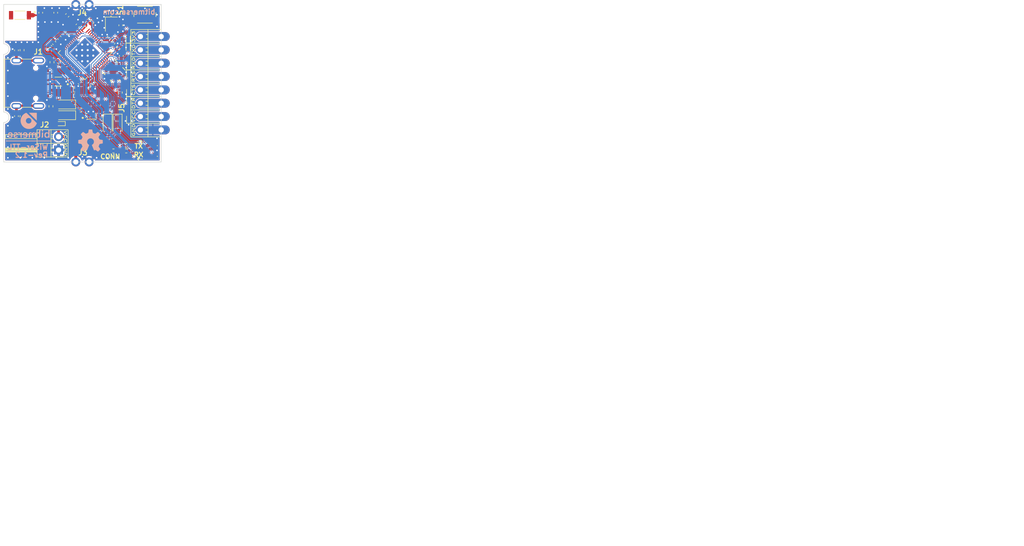
<source format=kicad_pcb>
(kicad_pcb (version 20221018) (generator pcbnew)
  (title_block (title "WiSer-TTL") (rev "1.2") (company "Copyright (c) 2024 Bitmerse LLP") (comment 1 "This file is licensed under CERN-OHL-P-2.0") (comment 2 "Author: Jaydeep Dhrangdhariya") (comment 4 "Visit us at https://www.bitmerse.com"))
  (layers (0 "F.Cu" signal) (1 "In1.Cu" power) (2 "In2.Cu" power) (31 "B.Cu" signal) (34 "B.Paste" user) (35 "F.Paste" user) (36 "B.SilkS" user "B.Silkscreen") (37 "F.SilkS" user "F.Silkscreen") (38 "B.Mask" user) (39 "F.Mask" user) (44 "Edge.Cuts" user))
  (net 0 "")
  (net 1 "VCC")
  (net 2 "+3V3")
  (net 3 "GND")
  (net 4 "Net-(J1-CC1)")
  (net 5 "Net-(J1-CC2)")
  (net 6 "/USB_CONN-")
  (net 7 "/USB_CONN+")
  (net 8 "/USB+")
  (net 9 "+5V")
  (net 10 "/UART_DTR")
  (net 11 "/USB-")
  (net 12 "/UART_CTS")
  (net 13 "/UART_RTS")
  (net 14 "/BOOT")
  (net 15 "/CHIP_PU")
  (net 16 "/LNA_IN")
  (net 17 "/VDD3P3")
  (net 18 "Net-(D9-A)")
  (net 19 "Net-(D8-A)")
  (net 20 "Net-(D7-A)")
  (net 21 "/UART_TXD")
  (net 22 "/UART_RXD")
  (net 23 "/XTAL_P")
  (net 24 "/XTAL_N")
  (net 28 "Net-(C17-Pad1)")
  (net 29 "/CONN")
  (net 30 "/VDD_SPI")
  (net 31 "/U0TXD")
  (net 32 "/U0RXD")
  (net 33 "+5P")
  (net 34 "/TTL_TXD")
  (net 35 "/TTL_RXD")
  (net 36 "/TTL_RTS")
  (net 37 "/TTL_CTS")
  (net 38 "/TTL_DTR")
  (net 39 "Net-(C20-Pad1)")
  (net 40 "Net-(J1-SHIELD)")
  (net 41 "Net-(C19-Pad1)")
  (net 42 "Net-(D15-A2)")
  (net 43 "Net-(D1-A2)")
  (net 44 "Net-(D4-K)")
  (net 48 "Net-(U3-U0TXD{slash}GPIO43)")
  (net 81 "/USB_FIL-")
  (net 82 "/USB_FIL+")
  (footprint "Capacitor_SMD:C_0402_1005Metric" (layer "F.Cu") (at 102.429672 94.394145 180)
    (fp_text reference "C22" hide)
    (fp_text value "1u" hide)
  )
  (footprint "Castellated-PinHeaders:PinHeader_1x02_P2.54mm_Vertical" (layer "F.Cu") (at 102.730001 107 90)
    (fp_text reference "J3" hide)
    (fp_text value "Conn_01x02" hide)
  )
  (footprint "Capacitor_SMD:C_0402_1005Metric" (layer "F.Cu") (at 109.035376 83.370082 45)
    (fp_text reference "C4" hide)
    (fp_text value "1u" hide)
  )
  (footprint "Capacitor_SMD:C_0402_1005Metric" (layer "F.Cu") (at 103.084879 81.046418 45)
    (fp_text reference "C23" hide)
    (fp_text value "TBD")
  )
  (footprint "Diode_SMD:D_SOD-323_HandSoldering" (layer "F.Cu") (at 100.700001 96.050001 180)
    (fp_text reference "D3" hide)
    (fp_text value "B5819WS" hide)
  )
  (footprint "Capacitor_SMD:C_0402_1005Metric" (layer "F.Cu") (at 101.061075 82.605007 -135)
    (fp_text reference "C10" hide)
    (fp_text value "0.1u" hide)
  )
  (footprint "Inductor_SMD:L_0402_1005Metric" (layer "F.Cu") (at 107.2 81.3 -135)
    (fp_text reference "L4" hide)
    (fp_text value "24n" hide)
  )
  (footprint "Inductor_SMD:L_0402_1005Metric" (layer "F.Cu") (at 100.361073 81.905007 45)
    (fp_text reference "L1" hide)
    (fp_text value "2n" hide)
  )
  (footprint "Capacitor_SMD:C_0402_1005Metric" (layer "F.Cu") (at 111.3 80.969982 90)
    (fp_text reference "C18" hide)
    (fp_text value "TBD" hide)
  )
  (footprint "Diode_SMD:D_SOD-923" (layer "F.Cu") (at 112.8 90.310001 -90)
    (fp_text reference "D12" hide)
    (fp_text value "ESD9B5.0ST5G")
  )
  (footprint "Capacitor_SMD:C_0402_1005Metric" (layer "F.Cu") (at 103.5 91.9 -45)
    (fp_text reference "C11" hide)
    (fp_text value "0.1u" hide)
  )
  (footprint "Resistor_SMD:R_0402_1005Metric" (layer "F.Cu") (at 109.899999 104.899999)
    (fp_text reference "R11" hide)
    (fp_text value "180" hide)
  )
  (footprint "Diode_SMD:D_SOD-323_HandSoldering" (layer "F.Cu") (at 108.800001 99.900001 -90)
    (fp_text reference "D4" hide)
    (fp_text value "B5819WS" hide)
  )
  (footprint "Capacitor_SMD:C_0402_1005Metric" (layer "F.Cu") (at 97.857087 85.0923 -45)
    (fp_text reference "C2" hide)
    (fp_text value "10u")
  )
  (footprint "2450AT18B100E:XDCR_2450AT18B100E" (layer "F.Cu") (at 92.1 79.05 180)
    (fp_text reference "E1" hide)
    (fp_text value "2450AT18B100E" hide)
  )
  (footprint "Capacitor_SMD:C_0402_1005Metric" (layer "F.Cu") (at 99.653187 88.051537 135)
    (fp_text reference "C5" hide)
    (fp_text value "0.1u" hide)
  )
  (footprint "Resistor_SMD:R_0402_1005Metric" (layer "F.Cu") (at 111.2 93.780001 90)
    (fp_text reference "R7" hide)
    (fp_text value "100K" hide)
  )
  (footprint "SN74LV6T17BQAR:WQFN14_BQA_TEX" (layer "F.Cu") (at 109.978186 89.701537 -45)
    (fp_text reference "U4" hide)
    (fp_text value "SN74LV6T17BQAR" hide)
  )
  (footprint "Crystal:Crystal_SMD_2016-4Pin_2.0x1.6mm" (layer "F.Cu") (at 109.515277 80.749981 -90)
    (fp_text reference "Y1" hide)
    (fp_text value "40MHz" hide)
  )
  (footprint "Capacitor_SMD:C_0402_1005Metric" (layer "F.Cu") (at 104.675 98.099998)
    (fp_text reference "C12" hide)
    (fp_text value "10u" hide)
  )
  (footprint "Diode_SMD:D_SOD-323_HandSoldering" (layer "F.Cu") (at 110.700002 99.900003 -90)
    (fp_text reference "D5" hide)
    (fp_text value "B5819WS" hide)
  )
  (footprint "Castellated-PinHeaders:PinHeader_1x02_P2.54mm_Vertical" (layer "F.Cu") (at 102.730002 77.000002 90)
    (fp_text reference "J4" hide)
    (fp_text value "Conn_01x02" hide)
  )
  (footprint "TL3365AF180QG:SW_TL3365AF180QG" (layer "F.Cu") (at 115.900002 78.950003 180)
    (fp_text reference "S1" hide)
    (fp_text value "BOOT" hide)
  )
  (footprint "USBLC6-2P6:SOT50P160X60-6N" (layer "F.Cu") (at 99.4 91.7 180)
    (fp_text reference "U1" hide)
    (fp_text value "USBLC6-2P6" hide)
  )
  (footprint "Capacitor_SMD:C_0402_1005Metric" (layer "F.Cu") (at 96.059999 78.569999 90)
    (fp_text reference "C17" hide)
    (fp_text value "TBD")
  )
  (footprint "Resistor_SMD:R_0402_1005Metric" (layer "F.Cu") (at 98.2 88 -90)
    (fp_text reference "R3" hide)
    (fp_text value "5.1K" hide)
  )
  (footprint "Connector_PinHeader_2.54mm:PinHeader_1x02_P2.54mm_Horizontal" (layer "F.Cu") (at 99.450002 104.725001 180)
    (fp_text reference "J2" hide)
    (fp_text value "Conn_01x02" hide)
  )
  (footprint "DLM0NSM900HY2D:FIL_DLM0NSM900HY2D" (layer "F.Cu") (at 102.038462 90.9 45)
    (fp_text reference "L2" hide)
    (fp_text value "L_Ferrite_Coupled_Small_1243")
  )
  (footprint "Diode_SMD:D_SOD-923" (layer "F.Cu") (at 112.8 98.770001 90)
    (fp_text reference "D15" hide)
    (fp_text value "ESD9B5.0ST5G")
  )
  (footprint "Capacitor_SMD:C_0402_1005Metric" (layer "F.Cu") (at 91.425 85.73 90)
    (fp_text reference "C1" hide)
    (fp_text value "0.1u")
  )
  (footprint "TestPointPad:TestPoint_Pad_D0.8mm" (layer "F.Cu") (at 108.4 95.899999)
    (fp_text reference "TP4" hide)
    (fp_text value "GND" hide)
  )
  (footprint "Resistor_SMD:R_0402_1005Metric" (layer "F.Cu") (at 110.8 85.3 45)
    (fp_text reference "R6" hide)
    (fp_text value "499" hide)
  )
  (footprint "Resistor_SMD:R_0402_1005Metric" (layer "F.Cu") (at 92.5 98.3 -90)
    (fp_text reference "R2" hide)
    (fp_text value "330")
  )
  (footprint "TestPointPad:TestPoint_Pad_D0.8mm" (layer "F.Cu") (at 104.200002 95.899999)
    (fp_text reference "TP1" hide)
    (fp_text value "5V" hide)
  )
  (footprint "Diode_SMD:D_SOD-923" (layer "F.Cu") (at 112.7 85.230001 -90)
    (fp_text reference "D10" hide)
    (fp_text value "ESD9B5.0ST5G")
  )
  (footprint "LED_SMD:LED_0402_1005Metric_Pad0.77x0.64mm_HandSolder" (layer "F.Cu") (at 112.35 105.92 180)
    (fp_text reference "D9" hide)
    (fp_text value "LED" hide)
  )
  (footprint "Capacitor_SMD:C_0402_1005Metric" (layer "F.Cu") (at 105.314725 92.751537 -45)
    (fp_text reference "C13" hide)
    (fp_text value "1u" hide)
  )
  (footprint "Diode_SMD:D_SOD-923" (layer "F.Cu") (at 112.7 83.530001 90)
    (fp_text reference "D6" hide)
    (fp_text value "ESD9B3.3ST5G")
  )
  (footprint "Diode_SMD:D_SOD-923" (layer "F.Cu") (at 112.8 88.610001 90)
    (fp_text reference "D11" hide)
    (fp_text value "ESD9B5.0ST5G")
  )
  (footprint "Diode_SMD:D_SOD-923" (layer "F.Cu") (at 112.8 95.390001 -90)
    (fp_text reference "D14" hide)
    (fp_text value "ESD9B5.0ST5G")
  )
  (footprint "Capacitor_SMD:C_0402_1005Metric" (layer "F.Cu") (at 91.425 98.27 -90)
    (fp_text reference "C3" hide)
    (fp_text value "0.1u")
  )
  (footprint "Resistor_SMD:R_0402_1005Metric" (layer "F.Cu") (at 102.429673 93.294148)
    (fp_text reference "R5" hide)
    (fp_text value "10K" hide)
  )
  (footprint "Capacitor_SMD:C_0402_1005Metric" (layer "F.Cu") (at 106.550001 98.099998 180)
    (fp_text reference "C16" hide)
    (fp_text value "10u" hide)
  )
  (footprint "Diode_SMD:D_SOD-923" (layer "F.Cu") (at 99.870002 99.7 180)
    (fp_text reference "D1" hide)
    (fp_text value "ESD9B5.0ST5G")
  )
  (footprint "LED_SMD:LED_0402_1005Metric_Pad0.77x0.64mm_HandSolder" (layer "F.Cu") (at 117 103.900001 180)
    (fp_text reference "D8" hide)
    (fp_text value "LED" hide)
  )
  (footprint "TestPointPad:TestPoint_Pad_D0.8mm" (layer "F.Cu") (at 105.6 95.899999)
    (fp_text reference "TP2" hide)
    (fp_text value "GND" hide)
  )
  (footprint "Capacitor_SMD:C_0402_1005Metric" (layer "F.Cu") (at 109.87479 84.230671 45)
    (fp_text reference "C14" hide)
    (fp_text value "0.1u" hide)
  )
  (footprint "Connector_USB:USB_C_Receptacle_G-Switch_GT-USB-7010ASV" (layer "F.Cu") (at 92.5 92 -90)
    (fp_text reference "J1" hide)
    (fp_text value "USB_C_Receptacle_USB2.0" hide)
  )
  (footprint "Capacitor_SMD:C_0402_1005Metric" (layer "F.Cu") (at 98.909999 78.569999 90)
    (fp_text reference "C19" hide)
    (fp_text value "TBD")
  )
  (footprint "Capacitor_SMD:C_0402_1005Metric" (layer "F.Cu") (at 106.114727 91.951538 -45)
    (fp_text reference "C15" hide)
    (fp_text value "0.1u" hide)
  )
  (footprint "Capacitor_SMD:C_0402_1005Metric" (layer "F.Cu") (at 109.440277 78.874982)
    (fp_text reference "C20" hide)
    (fp_text value "TBD" hide)
  )
  (footprint "Resistor_SMD:R_0402_1005Metric" (layer "F.Cu") (at 92.5 85.7 90)
    (fp_text reference "R1" hide)
    (fp_text value "330")
  )
  (footprint "Resistor_SMD:R_0402_1005Metric" (layer "F.Cu") (at 98 96.4 90)
    (fp_text reference "R4" hide)
    (fp_text value "5.1K" hide)
  )
  (footprint "ESP32-S2:ESP32-S2" (layer "F.Cu") (at 104.46967 86.221301 -45)
    (fp_text reference "U3" hide)
    (fp_text value "ESP32-S2" hide)
  )
  (footprint "Capacitor_SMD:C_0402_1005Metric" (layer "F.Cu") (at 104.953187 79.401536 45)
    (fp_text reference "C7" hide)
    (fp_text value "0.1u" hide)
  )
  (footprint "TestPointPad:TestPoint_Pad_D0.8mm" (layer "F.Cu") (at 109.790003 95.900001)
    (fp_text reference "TP5" hide)
    (fp_text value "3V3" hide)
  )
  (footprint "Diode_SMD:D_SOD-323_HandSoldering" (layer "F.Cu") (at 100.700002 98.099999 180)
    (fp_text reference "D2" hide)
    (fp_text value "B5819WS" hide)
  )
  (footprint "Resistor_SMD:R_0402_1005Metric" (layer "F.Cu") (at 112.35 103.900001 180)
    (fp_text reference "R10" hide)
    (fp_text value "180" hide)
  )
  (footprint "AP2112K-3.3TRG1:SOT95P285X140-5N" (layer "F.Cu") (at 105.700003 100.399999)
    (fp_text reference "U2" hide)
    (fp_text value "AP2112K-3.3TRG1" hide)
  )
  (footprint "Castellated-PinHeaders:PinHeader_1x08_P2.54mm_Horizontal" (layer "F.Cu") (at 115.038999 83.110001)
    (fp_text reference "J5" hide)
    (fp_text value "Conn_01x08" hide)
  )
  (footprint "Capacitor_SMD:C_0402_1005Metric" (layer "F.Cu") (at 101.10498 79.066519 45)
    (fp_text reference "C21" hide)
    (fp_text value "TBD" hide)
  )
  (footprint "Capacitor_SMD:C_0402_1005Metric" (layer "F.Cu") (at 98.617235 84.332162 -45)
    (fp_text reference "C6" hide)
    (fp_text value "1u" hide)
  )
  (footprint "Resistor_SMD:R_0402_1005Metric" (layer "F.Cu") (at 112.35 104.899999 180)
    (fp_text reference "R9" hide)
    (fp_text value "180" hide)
  )
  (footprint "TestPointPad:TestPoint_Pad_D0.8mm" (layer "F.Cu") (at 107.000002 95.899999)
    (fp_text reference "TP3" hide)
    (fp_text value "U0RXD" hide)
  )
  (footprint "Capacitor_SMD:C_0402_1005Metric" (layer "F.Cu") (at 99.607177 83.34221 -45)
    (fp_text reference "C8" hide)
    (fp_text value "0.1u" hide)
  )
  (footprint "Capacitor_SMD:C_0402_1005Metric" (layer "F.Cu") (at 111.4 86.8 90)
    (fp_text reference "C24" hide)
    (fp_text value "0.1u")
  )
  (footprint "Resistor_SMD:R_0402_1005Metric" (layer "F.Cu") (at 103.700002 97.099998)
    (fp_text reference "FB1" hide)
    (fp_text value "BLM15PX600SN1D" hide)
  )
  (footprint "LED_SMD:LED_0402_1005Metric_Pad0.77x0.64mm_HandSolder" (layer "F.Cu") (at 117 105.92 180)
    (fp_text reference "D7" hide)
    (fp_text value "LED" hide)
  )
  (footprint "Inductor_SMD:L_0402_1005Metric" (layer "F.Cu") (at 97.485 79.049999)
    (fp_text reference "L3" hide)
    (fp_text value "TBD")
  )
  (footprint "Diode_SMD:D_SOD-923" (layer "F.Cu") (at 112.8 93.690001 90)
    (fp_text reference "D13" hide)
    (fp_text value "ESD9B5.0ST5G")
  )
  (footprint "Inductor_SMD:L_0402_1005Metric" (layer "F.Cu") (at 101.749052 80.389413 -45)
    (fp_text reference "L5" hide)
    (fp_text value "TBD" hide)
  )
  (footprint "Capacitor_SMD:C_0402_1005Metric" (layer "F.Cu") (at 105.853188 80.301538 45)
    (fp_text reference "C9" hide)
    (fp_text value "100p" hide)
  )
  (footprint "Resistor_SMD:R_0402_1005Metric" (layer "F.Cu") (at 112.4 78.8 -90)
    (fp_text reference "R8" hide)
    (fp_text value "10K" hide)
  )
  (footprint "LOGO" (layer "B.Cu") (at 93.824999 99.999998 180)
    (fp_text reference "G2" hide)
    (fp_text value "LOGO" hide)
  )
  (footprint "LOGO" (layer "B.Cu") (at 105.537501 103.050001 180)
    (fp_text reference "G1" hide)
    (fp_text value "LOGO" hide)
  )
  (gr_line (start 98.074999 103) (end 89.5 103) (stroke (width 0.15)) (layer "B.SilkS"))
  (gr_line (start 113.214724 102.219999) (end 116.478999 102.219999) (stroke (width 0.12)) (layer "F.SilkS"))
  (gr_line (start 113.214724 94.539999) (end 116.478999 94.539997) (stroke (width 0.12)) (layer "F.SilkS"))
  (gr_line (start 113.214724 97.080001) (end 116.478997 97.079999) (stroke (width 0.12)) (layer "F.SilkS"))
  (gr_line (start 113.214724 84.379999) (end 116.478999 84.379999) (stroke (width 0.12)) (layer "F.SilkS"))
  (gr_line (start 113.214724 102.219999) (end 113.214724 81.780001) (stroke (width 0.12)) (layer "F.SilkS"))
  (gr_line (start 113.214724 81.780001) (end 116.478999 81.780001) (stroke (width 0.12)) (layer "F.SilkS"))
  (gr_line (start 113.214724 89.460001) (end 116.478999 89.459999) (stroke (width 0.12)) (layer "F.SilkS"))
  (gr_line (start 113.214724 99.62) (end 116.478999 99.62) (stroke (width 0.12)) (layer "F.SilkS"))
  (gr_line (start 98.010002 100.855001) (end 101.274277 100.855001) (stroke (width 0.12)) (layer "F.SilkS"))
  (gr_line (start 98.010002 106.055001) (end 101.274277 106.055001) (stroke (width 0.12)) (layer "F.SilkS"))
  (gr_line (start 113.214723 91.999999) (end 116.478999 92.000002) (stroke (width 0.12)) (layer "F.SilkS"))
  (gr_line (start 113.214723 86.919998) (end 116.478999 86.919998) (stroke (width 0.12)) (layer "F.SilkS"))
  (gr_line (start 101.274277 103.455001) (end 98.010002 103.455001) (stroke (width 0.12)) (layer "F.SilkS"))
  (gr_line (start 101.274277 106.055001) (end 101.274275 100.909998) (stroke (width 0.12)) (layer "F.SilkS"))
  (gr_line (start 119 76.999997) (end 88.999998 77) (stroke (width 0.1)) (layer "Edge.Cuts"))
  (gr_line (start 89 107) (end 119 107) (stroke (width 0.1)) (layer "Edge.Cuts"))
  (gr_line (start 88.999998 77) (end 89 84.499999) (stroke (width 0.1)) (layer "Edge.Cuts"))
  (gr_arc (start 89 84.499999) (mid 89.999999 85.499999) (end 89 86.500001) (stroke (width 0.1)) (layer "Edge.Cuts"))
  (gr_line (start 89 99.5) (end 89 107) (stroke (width 0.1)) (layer "Edge.Cuts"))
  (gr_line (start 89 86.500001) (end 88.999998 97.499998) (stroke (width 0.1)) (layer "Edge.Cuts"))
  (gr_line (start 119 107) (end 119 76.999997) (stroke (width 0.1)) (layer "Edge.Cuts"))
  (gr_arc (start 88.999998 97.499998) (mid 90 98.499998) (end 89 99.5) (stroke (width 0.1)) (layer "Edge.Cuts"))
  (gr_text "WiSer-TTL" (at 97.575001 104.749999) (layer "B.SilkS") (effects (font (size 1 1) (thickness 0.2) bold) (justify left bottom mirror)))
  (gr_text "Rev-1.2" (at 97.537501 106.250002) (layer "B.SilkS") (effects (font (size 1 1) (thickness 0.2) bold) (justify left bottom mirror)))
  (gr_text "bitmerse.com" (at 118 79) (layer "B.SilkS") (effects (font (size 1 1) (thickness 0.2) bold) (justify left bottom mirror)))
  (gr_text "RXD" (at 114.039723 88.19 90) (layer "F.SilkS") (effects (font (size 0.5 0.8) (thickness 0.12) bold) (justify bottom)))
  (gr_text "J4" (at 102.953186 79.151536) (layer "F.SilkS") (effects (font (size 1 1) (thickness 0.2) bold) (justify left bottom)))
  (gr_text "CONN" (at 107.3 106.5) (layer "F.SilkS") (effects (font (size 0.9 0.9) (thickness 0.2) bold) (justify left bottom)))
  (gr_text "⇢" (at 115.5 105.8 180) (layer "F.SilkS") (effects (font (size 1 1) (thickness 0.1) bold) (justify left bottom)))
  (gr_text "3V3" (at 114.039723 83.136534 90) (layer "F.SilkS") (effects (font (size 0.5 0.8) (thickness 0.12) bold) (justify bottom)))
  (gr_text "GND" (at 100.449277 104.725001 270) (layer "F.SilkS") (effects (font (size 0.5 0.8) (thickness 0.12) bold) (justify bottom)))
  (gr_text "VCC" (at 100.449277 102.155 270) (layer "F.SilkS") (effects (font (size 0.5 0.8) (thickness 0.12) bold) (justify bottom)))
  (gr_text "J3" (at 103.1 105.8) (layer "F.SilkS") (effects (font (size 1 1) (thickness 0.2) bold) (justify left bottom)))
  (gr_text "TXD" (at 114.039725 85.650001 90) (layer "F.SilkS") (effects (font (size 0.5 0.8) (thickness 0.12) bold) (justify bottom)))
  (gr_text "J5" (at 112.044725 97.7 90) (layer "F.SilkS") (effects (font (size 1 1) (thickness 0.2) bold) (justify left bottom)))
  (gr_text "RX" (at 115.700001 106.148466) (layer "F.SilkS") (effects (font (size 0.9 0.9) (thickness 0.2) bold) (justify right bottom)))
  (gr_text "VCC" (at 114.039724 98.35 90) (layer "F.SilkS") (effects (font (size 0.5 0.8) (thickness 0.12) bold) (justify bottom)))
  (gr_text "⇢" (at 114.3 103.7) (layer "F.SilkS") (effects (font (size 1 1) (thickness 0.1) bold) (justify left bottom)))
  (gr_text "CTS" (at 114.039723 93.269998 90) (layer "F.SilkS") (effects (font (size 0.5 0.8) (thickness 0.12) bold) (justify bottom)))
  (gr_text "J2" (at 95.8 100.5) (layer "F.SilkS") (effects (font (size 1 1) (thickness 0.2) bold) (justify left bottom)))
  (gr_text "RTS" (at 114.039724 90.730001 90) (layer "F.SilkS") (effects (font (size 0.5 0.8) (thickness 0.12) bold) (justify bottom)))
  (gr_text "J1" (at 94.6 86.6) (layer "F.SilkS") (effects (font (size 1 1) (thickness 0.2) bold) (justify left bottom)))
  (gr_text "S1" (at 111.814724 79.151537 90) (layer "F.SilkS") (effects (font (size 1 1) (thickness 0.2) bold) (justify left bottom)))
  (gr_text "TX" (at 115.614724 104.515) (layer "F.SilkS") (effects (font (size 0.9 0.9) (thickness 0.2) bold) (justify right bottom)))
  (gr_text "DTR" (at 114.039724 95.809999 90) (layer "F.SilkS") (effects (font (size 0.5 0.8) (thickness 0.12) bold) (justify bottom)))
  (gr_text "GND" (at 114.039724 100.920001 90) (layer "F.SilkS") (effects (font (size 0.5 0.8) (thickness 0.12) bold) (justify bottom)))
  (segment (start 104.200002 95.899999) (end 104.200002 97.089999) (width 0.3) (layer "F.Cu") (net 1))
  (segment (start 104.515004 101.349999) (end 104.515002 102.040003) (width 0.3) (layer "F.Cu") (net 1))
  (segment (start 109.425002 102.425003) (end 110.700002 101.150001) (width 0.3) (layer "F.Cu") (net 1))
  (segment (start 104.195003 98.099999) (end 104.195003 98.795003) (width 0.55) (layer "F.Cu") (net 1))
  (segment (start 104.210002 97.099998) (end 104.210002 98.084997) (width 0.55) (layer "F.Cu") (net 1))
  (segment (start 105.325004 99.450001) (end 105.725003 99.85) (width 0.55) (layer "F.Cu") (net 1))
  (segment (start 104.195003 98.795003) (end 104.515004 99.115) (width 0.55) (layer "F.Cu") (net 1))
  (segment (start 104.515004 99.115) (end 104.515002 99.450001) (width 0.55) (layer "F.Cu") (net 1))
  (segment (start 104.200002 97.089999) (end 104.210002 97.100003) (width 0.3) (layer "F.Cu") (net 1))
  (segment (start 104.900005 102.425003) (end 109.425002 102.425003) (width 0.3) (layer "F.Cu") (net 1))
  (segment (start 104.210002 98.084997) (end 104.195003 98.099999) (width 0.55) (layer "F.Cu") (net 1))
  (segment (start 104.210002 98.084997) (end 104.195002 98.099999) (width 0.55) (layer "F.Cu") (net 1))
  (segment (start 105.725001 100.925001) (end 105.3 101.349999) (width 0.55) (layer "F.Cu") (net 1))
  (segment (start 104.515002 102.040003) (end 104.900005 102.425003) (width 0.3) (layer "F.Cu") (net 1))
  (segment (start 105.3 101.349999) (end 104.515004 101.349999) (width 0.55) (layer "F.Cu") (net 1))
  (segment (start 104.515002 99.450001) (end 105.325004 99.450001) (width 0.55) (layer "F.Cu") (net 1))
  (segment (start 105.725003 99.85) (end 105.725001 100.925001) (width 0.55) (layer "F.Cu") (net 1))
  (segment (start 107.849999 99.450001) (end 108.800001 100.399999) (width 0.3) (layer "F.Cu") (net 2))
  (segment (start 110.175317 83.1) (end 109.145968 84.129349) (width 0.254) (layer "F.Cu") (net 2))
  (segment (start 111.19 78.29) (end 112.4 78.29) (width 0.254) (layer "F.Cu") (net 2))
  (segment (start 107.605486 77.649536) (end 110.549536 77.649536) (width 0.254) (layer "F.Cu") (net 2))
  (segment (start 109.535377 84.548904) (end 109.145968 84.15949) (width 0.254) (layer "F.Cu") (net 2))
  (segment (start 97.517676 84.752889) (end 97.4 84.870565) (width 0.5) (layer "F.Cu") (net 2))
  (segment (start 106.48113 83.35448) (end 106.83465 83.000964) (width 0.2) (layer "F.Cu") (net 2))
  (segment (start 106.872501 99.4375) (end 106.884999 99.450001) (width 0.2) (layer "F.Cu") (net 2))
  (segment (start 111.178756 88.854609) (end 111.479285 88.55408) (width 0.254) (layer "F.Cu") (net 2))
  (segment (start 108.173142 85.056582) (end 108.173142 85.063414) (width 0.2) (layer "F.Cu") (net 2))
  (segment (start 105.396742 79.85828) (end 104.753188 80.501834) (width 0.3) (layer "F.Cu") (net 2))
  (segment (start 111.8 85.7) (end 112.102 86.002) (width 0.254) (layer "F.Cu") (net 2))
  (segment (start 106.867501 99.4325) (end 106.884999 99.450001) (width 0.25) (layer "F.Cu") (net 2))
  (segment (start 101.919673 92.801505) (end 101.919673 93.294147) (width 0.254) (layer "F.Cu") (net 2))
  (segment (start 111.7275 103.925) (end 111.752499 103.900001) (width 0.25) (layer "F.Cu") (net 2))
  (segment (start 109.145968 84.15949) (end 108.695967 83.709494) (width 0.254) (layer "F.Cu") (net 2))
  (segment (start 103.238462 90.8) (end 103.238462 91.421178) (width 0.254) (layer "F.Cu") (net 2))
  (segment (start 112.102 86.002) (end 112.102 86.578) (width 0.254) (layer "F.Cu") (net 2))
  (segment (start 106.83465 83.000964) (end 107.266259 83.000962) (width 0.254) (layer "F.Cu") (net 2))
  (segment (start 111.4 88) (end 111.4 87.28) (width 0.254) (layer "F.Cu") (net 2))
  (segment (start 111.839998 103.899998) (end 111.125004 103.900001) (width 0.254) (layer "F.Cu") (net 2))
  (segment (start 111.8 84.689341) (end 111.8 85.7) (width 0.254) (layer "F.Cu") (net 2))
  (segment (start 109.790003 95.900001) (end 109.790003 96.034999) (width 0.254) (layer "F.Cu") (net 2))
  (segment (start 108.559641 84.670083) (end 108.55964 84.670084) (width 0.254) (layer "F.Cu") (net 2))
  (segment (start 105.513776 80.640948) (end 105.753189 80.88036) (width 0.254) (layer "F.Cu") (net 2))
  (segment (start 101.614727 88.227718) (end 101.190905 88.651538) (width 0.2) (layer "F.Cu") (net 2))
  (segment (start 106.049243 82.096144) (end 105.657132 82.488256) (width 0.2) (layer "F.Cu") (net 2))
  (segment (start 112.102 86.578) (end 111.4 87.28) (width 0.254) (layer "F.Cu") (net 2))
  (segment (start 105.753185 81.401537) (end 106.04924 81.697592) (width 0.254) (layer "F.Cu") (net 2))
  (segment (start 108.800001 100.399999) (end 108.799999 101.150001) (width 0.3) (layer "F.Cu") (net 2))
  (segment (start 111.839998 103.899998) (end 111.839999 104.899998) (width 0.254) (layer "F.Cu") (net 2))
  (segment (start 108.535377 83.870084) (end 108.695967 83.709494) (width 0.254) (layer "F.Cu") (net 2))
  (segment (start 110.2 83.1) (end 110.210659 83.1) (width 0.254) (layer "F.Cu") (net 2))
  (segment (start 109.790003 96.034999) (end 107.725003 98.099999) (width 0.254) (layer "F.Cu") (net 2))
  (segment (start 106.049242 81.951537) (end 106.049243 82.096144) (width 0.2) (layer "F.Cu") (net 2))
  (segment (start 105.753189 80.88036) (end 105.753185 81.401537) (width 0.254) (layer "F.Cu") (net 2))
  (segment (start 97.4 84.870565) (end 97.4 85.5) (width 0.5) (layer "F.Cu") (net 2))
  (segment (start 107.029999 99.305001) (end 106.884999 99.450001) (width 0.254) (layer "F.Cu") (net 2))
  (segment (start 105.396742 79.85828) (end 107.605486 77.649536) (width 0.254) (layer "F.Cu") (net 2))
  (segment (start 99.992598 88.390948) (end 100.253188 88.651538) (width 0.254) (layer "F.Cu") (net 2))
  (segment (start 111.479285 88.079285) (end 111.4 88) (width 0.254) (layer "F.Cu") (net 2))
  (segment (start 110.210659 83.1) (end 111.8 84.689341) (width 0.254) (layer "F.Cu") (net 2))
  (segment (start 97.517676 84.748405) (end 100.018128 82.247953) (width 0.5) (layer "F.Cu") (net 2))
  (segment (start 107.266259 83.000962) (end 108.135378 83.870081) (width 0.254) (layer "F.Cu") (net 2))
  (segment (start 104.753188 81.071537) (end 104.173186 81.651536) (width 0.3) (layer "F.Cu") (net 2))
  (segment (start 110.549536 77.649536) (end 111.19 78.29) (width 0.254) (layer "F.Cu") (net 2))
  (segment (start 110.2 83.1) (end 110.175317 83.1) (width 0.254) (layer "F.Cu") (net 2))
  (segment (start 104.753188 80.501834) (end 104.753188 81.071537) (width 0.3) (layer "F.Cu") (net 2))
  (segment (start 111.125004 103.900001) (end 111.124997 103.899998) (width 0.254) (layer "F.Cu") (net 2))
  (segment (start 108.55964 84.670084) (end 108.173142 85.056582) (width 0.2) (layer "F.Cu") (net 2))
  (segment (start 103.877468 81.947257) (end 104.173186 81.651536) (width 0.2) (layer "F.Cu") (net 2))
  (segment (start 105.513776 80.640948) (end 104.613777 79.740948) (width 0.254) (layer "F.Cu") (net 2))
  (segment (start 107.030001 98.099999) (end 107.725003 98.099999) (width 0.5) (layer "F.Cu") (net 2))
  (segment (start 106.04924 81.697592) (end 106.049242 81.951537) (width 0.254) (layer "F.Cu") (net 2))
  (segment (start 108.135378 83.870081) (end 108.535377 83.870084) (width 0.254) (layer "F.Cu") (net 2))
  (segment (start 102.110589 92.610589) (end 101.919673 92.801505) (width 0.254) (layer "F.Cu") (net 2))
  (segment (start 103.238462 91.421178) (end 103.099051 91.560589) (width 0.254) (layer "F.Cu") (net 2))
  (segment (start 103.594625 90.207615) (end 103.238462 90.563778) (width 0.2) (layer "F.Cu") (net 2))
  (segment (start 100.253188 88.651538) (end 101.190905 88.651538) (width 0.254) (layer "F.Cu") (net 2))
  (segment (start 103.594625 90.210098) (end 103.594625 90.207615) (width 0.2) (layer "F.Cu") (net 2))
  (segment (start 107.029999 99.305001) (end 107.030001 98.099999) (width 0.5) (layer "F.Cu") (net 2))
  (segment (start 97.517676 84.752889) (end 97.517676 84.748405) (width 0.5) (layer "F.Cu") (net 2))
  (segment (start 111.839999 104.899998) (end 110.41 104.899998) (width 0.254) (layer "F.Cu") (net 2))
  (segment (start 99.992598 88.390948) (end 99.9926 88.412127) (width 0.254) (layer "F.Cu") (net 2))
  (segment (start 103.238462 90.563778) (end 103.238462 90.8) (width 0.2) (layer "F.Cu") (net 2))
  (segment (start 109.435379 84.670082) (end 108.559641 84.670083) (width 0.254) (layer "F.Cu") (net 2))
  (segment (start 109.145968 84.129349) (end 109.145968 84.15949) (width 0.254) (layer "F.Cu") (net 2))
  (segment (start 106.884999 99.450001) (end 107.849999 99.450001) (width 0.3) (layer "F.Cu") (net 2))
  (segment (start 99.9926 88.412127) (end 99.553189 88.851538) (width 0.254) (layer "F.Cu") (net 2))
  (segment (start 111.479285 88.55408) (end 111.479285 88.079285) (width 0.254) (layer "F.Cu") (net 2))
  (segment (start 102.110589 92.610589) (end 103.160589 91.560589) (width 0.254) (layer "F.Cu") (net 2))
  (segment (start 103.877468 81.952144) (end 103.877468 81.947257) (width 0.2) (layer "F.Cu") (net 2))
  (via (at 105.396742 79.85828) (size 0.45) (drill 0.3) (layers "F.Cu" "B.Cu") (net 2))
  (via (at 97.4 85.5) (size 0.45) (drill 0.3) (layers "F.Cu" "B.Cu") (net 2))
  (via (at 98.768525 83.497555) (size 0.45) (drill 0.3) (layers "F.Cu" "B.Cu") (net 2))
  (via (at 99.553189 88.851538) (size 0.45) (drill 0.3) (layers "F.Cu" "B.Cu") (net 2))
  (via (at 102.110589 92.610589) (size 0.45) (drill 0.3) (layers "F.Cu" "B.Cu") (net 2))
  (via (at 107.725003 98.099999) (size 0.45) (drill 0.3) (layers "F.Cu" "B.Cu") (net 2))
  (via (at 110.2 83.1) (size 0.45) (drill 0.3) (layers "F.Cu" "B.Cu") (net 2))
  (via (at 111.124997 103.899998) (size 0.45) (drill 0.3) (layers "F.Cu" "B.Cu") (net 2))
  (segment (start 103.98276 90.4) (end 104.738462 91.155702) (width 0.5) (layer "B.Cu") (net 2))
  (segment (start 107.039152 83.55) (end 109.75 83.55) (width 0.254) (layer "B.Cu") (net 2))
  (segment (start 99.822201 82.443879) (end 102.833964 82.443879) (width 0.254) (layer "B.Cu") (net 2))
  (segment (start 98.143422 85.5) (end 102.384073 89.740651) (width 0.5) (layer "B.Cu") (net 2))
  (segment (start 105.838462 80.3) (end 105.838462 82.34931) (width 0.254) (layer "B.Cu") (net 2))
  (segment (start 110.650002 103.899998) (end 111.124997 103.899998) (width 0.254) (layer "B.Cu") (net 2))
  (segment (start 105.838462 82.34931) (end 107.039152 83.55) (width 0.254) (layer "B.Cu") (net 2))
  (segment (start 99.553189 88.851538) (end 99.553189 87.914727) (width 0.254) (layer "B.Cu") (net 2))
  (segment (start 102.833964 82.443879) (end 103.339746 81.938097) (width 0.254) (layer "B.Cu") (net 2))
  (segment (start 104.738462 93.971659) (end 107.725001 96.958198) (width 0.5) (layer "B.Cu") (net 2))
  (segment (start 99.553189 88.851538) (end 99.553189 89.499936) (width 0.254) (layer "B.Cu") (net 2))
  (segment (start 98.002445 83.497555) (end 98.768525 83.497555) (width 0.254) (layer "B.Cu") (net 2))
  (segment (start 103.426189 81.851654) (end 103.339746 81.938097) (width 0.254) (layer "B.Cu") (net 2))
  (segment (start 97.1 86.3) (end 96.7 85.9) (width 0.254) (layer "B.Cu") (net 2))
  (segment (start 104.738462 91.155702) (end 104.738462 93.971659) (width 0.5) (layer "B.Cu") (net 2))
  (segment (start 105.396742 79.881101) (end 103.339746 81.938097) (width 0.254) (layer "B.Cu") (net 2))
  (segment (start 103.043422 90.4) (end 103.98276 90.4) (width 0.5) (layer "B.Cu") (net 2))
  (segment (start 102.384073 89.740651) (end 103.043422 90.4) (width 0.5) (layer "B.Cu") (net 2))
  (segment (start 102.384073 89.740651) (end 102.408236 89.764813) (width 0.5) (layer "B.Cu") (net 2))
  (segment (start 98.768525 83.497555) (end 99.822201 82.443879) (width 0.254) (layer "B.Cu") (net 2))
  (segment (start 96.7 85.9) (end 96.7 84.8) (width 0.254) (layer "B.Cu") (net 2))
  (segment (start 105.396742 79.85828) (end 105.838462 80.3) (width 0.254) (layer "B.Cu") (net 2))
  (segment (start 96.7 84.8) (end 98.002445 83.497555) (width 0.254) (layer "B.Cu") (net 2))
  (segment (start 102.110589 92.057336) (end 102.110589 95.360585) (width 0.254) (layer "B.Cu") (net 2))
  (segment (start 105.396742 79.85828) (end 105.396742 79.881101) (width 0.254) (layer "B.Cu") (net 2))
  (segment (start 107.725001 96.958198) (end 107.725003 98.099999) (width 0.5) (layer "B.Cu") (net 2))
  (segment (start 102.110589 95.360585) (end 110.650002 103.899998) (width 0.254) (layer "B.Cu") (net 2))
  (segment (start 99.553189 87.914727) (end 97.938462 86.3) (width 0.254) (layer "B.Cu") (net 2))
  (segment (start 99.553189 89.499936) (end 102.110589 92.057336) (width 0.254) (layer "B.Cu") (net 2))
  (segment (start 109.75 83.55) (end 110.2 83.1) (width 0.254) (layer "B.Cu") (net 2))
  (segment (start 97.938462 86.3) (end 97.1 86.3) (width 0.254) (layer "B.Cu") (net 2))
  (segment (start 97.4 85.5) (end 98.143422 85.5) (width 0.5) (layer "B.Cu") (net 2))
  (segment (start 96.2 88.799998) (end 97.224999 88.799998) (width 0.5) (layer "F.Cu") (net 3))
  (segment (start 100.721664 82.944419) (end 100.72166 83.144416) (width 0.2) (layer "F.Cu") (net 3))
  (segment (start 100.873315 83.096072) (end 100.721664 82.944419) (width 0.2) (layer "F.Cu") (net 3))
  (segment (start 108.195663 91.134059) (end 108.195663 91.130417) (width 0.254) (layer "F.Cu") (net 3))
  (segment (start 100.09 91.7) (end 100.9 91.7) (width 0.3) (layer "F.Cu") (net 3))
  (segment (start 97.224995 95.199999) (end 96.224996 95.199999) (width 0.5) (layer "F.Cu") (net 3))
  (segment (start 97.224999 88.799998) (end 97.225001 88.799996) (width 0.5) (layer "F.Cu") (net 3))
  (segment (start 108.195663 91.130417) (end 108.777618 90.548465) (width 0.254) (layer "F.Cu") (net 3))
  (segment (start 104.515003 100.399999) (end 103.600001 100.399999) (width 0.5) (layer "F.Cu") (net 3))
  (via (at 113.2 84.810001) (size 0.45) (drill 0.3) (layers "F.Cu" "B.Cu") (net 3))
  (via (at 92.18 106.2) (size 0.45) (drill 0.3) (layers "F.Cu" "B.Cu") (net 3))
  (via (at 89.8 94.462498) (size 0.45) (drill 0.3) (layers "F.Cu" "B.Cu") (net 3))
  (via (at 113.3 89.030001) (size 0.45) (drill 0.3) (layers "F.Cu" "B.Cu") (net 3))
  (via (at 95.6 80.35) (size 0.45) (drill 0.3) (layers "F.Cu" "B.Cu") (net 3))
  (via (at 89.8 89.587498) (size 0.45) (drill 0.3) (layers "F.Cu" "B.Cu") (net 3))
  (via (at 95.599998 81.199997) (size 0.45) (drill 0.3) (layers "F.Cu" "B.Cu") (net 3))
  (via (at 97.225001 88.799996) (size 0.45) (drill 0.3) (layers "F.Cu" "B.Cu") (net 3))
  (via (at 100.791693 83.718826) (size 0.45) (drill 0.3) (layers "F.Cu" "B.Cu") (net 3))
  (via (at 99.028844 85.501537) (size 0.45) (drill 0.3) (layers "F.Cu" "B.Cu") (net 3))
  (via (at 95.600001 82.199998) (size 0.45) (drill 0.3) (layers "F.Cu" "B.Cu") (net 3))
  (via (at 106.553187 77.751537) (size 0.45) (drill 0.3) (layers "F.Cu" "B.Cu") (net 3))
  (via (at 95.6 84.2) (size 0.45) (drill 0.3) (layers "F.Cu" "B.Cu") (net 3))
  (via (at 108.153188 81.451539) (size 0.45) (drill 0.3) (layers "F.Cu" "B.Cu") (net 3))
  (via (at 112.3 89.890001) (size 0.45) (drill 0.3) (layers "F.Cu" "B.Cu") (net 3))
  (via (at 112.3015 85.2) (size 0.45) (drill 0.3) (layers "F.Cu" "B.Cu") (net 3))
  (via (at 112.3 89.030001) (size 0.45) (drill 0.3) (layers "F.Cu" "B.Cu") (net 3))
  (via (at 89.8 104.166666) (size 0.45) (drill 0.3) (layers "F.Cu" "B.Cu") (net 3))
  (via (at 92.39 84.199998) (size 0.45) (drill 0.3) (layers "F.Cu" "B.Cu") (net 3))
  (via (at 89.8 87.149998) (size 0.45) (drill 0.3) (layers "F.Cu" "B.Cu") (net 3))
  (via (at 100.9 91.7) (size 0.45) (drill 0.3) (layers "F.Cu" "B.Cu") (net 3))
  (via (at 110.7 106.2) (size 0.45) (drill 0.3) (layers "F.Cu" "B.Cu") (net 3))
  (via (at 109.103188 78.15154) (size 0.45) (drill 0.3) (layers "F.Cu" "B.Cu") (net 3))
  (via (at 111.053187 79.351538) (size 0.45) (drill 0.3) (layers "F.Cu" "B.Cu") (net 3))
  (via (at 110.7 84.4) (size 0.45) (drill 0.3) (layers "F.Cu" "B.Cu") (net 3))
  (via (at 98.1 80.35) (size 0.45) (drill 0.3) (layers "F.Cu" "B.Cu") (net 3))
  (via (at 90.7 85.5) (size 0.45) (drill 0.3) (layers "F.Cu" "B.Cu") (net 3))
  (via (at 113.4 99.190001) (size 0.45) (drill 0.3) (layers "F.Cu" "B.Cu") (net 3))
  (via (at 110.7 86.375) (size 0.45) (drill 0.3) (layers "F.Cu" "B.Cu") (net 3))
  (via (at 103.953186 77.751536) (size 0.45) (drill 0.3) (layers "F.Cu" "B.Cu") (net 3))
  (via (at 100.3 80.85) (size 0.45) (drill 0.3) (layers "F.Cu" "B.Cu") (net 3))
  (via (at 111.7 82.1) (size 0.45) (drill 0.3) (layers "F.Cu" "B.Cu") (net 3))
  (via (at 96.74 106.2) (size 0.45) (drill 0.3) (layers "F.Cu" "B.Cu") (net 3))
  (via (at 90.7 98.5) (size 0.45) (drill 0.3) (layers "F.Cu" "B.Cu") (net 3))
  (via (at 112.3 94.110001) (size 0.45) (drill 0.3) (layers "F.Cu" "B.Cu") (net 3))
  (via (at 89.8 96.9) (size 0.45) (drill 0.3) (layers "F.Cu" "B.Cu") (net 3))
  (via (at 111.6 77.751536) (size 0.45) (drill 0.3) (layers "F.Cu" "B.Cu") (net 3))
  (via (at 106.414725 93.051536) (size 0.45) (drill 0.3) (layers "F.Cu" "B.Cu") (net 3))
  (via (at 99.6 77.7) (size 0.45) (drill 0.3) (layers "F.Cu" "B.Cu") (net 3))
  (via (at 99.866688 84.593823) (size 0.45) (drill 0.3) (layers "F.Cu" "B.Cu") (net 3))
  (via (at 95.6 83.199997) (size 0.45) (drill 0.3) (layers "F.Cu" "B.Cu") (net 3))
  (via (at 107.75319 82.751538) (size 0.45) (drill 0.3) (layers "F.Cu" "B.Cu") (net 3))
  (via (at 105.150003 97.400003) (size 0.45) (drill 0.3) (layers "F.Cu" "B.Cu") (net 3))
  (via (at 96.85 80.35) (size 0.45) (drill 0.3) (layers "F.Cu" "B.Cu") (net 3))
  (via (at 94.46 106.2) (size 0.45) (drill 0.3) (layers "F.Cu" "B.Cu") (net 3))
  (via (at 107.790608 80.088958) (size 0.45) (drill 0.3) (layers "F.Cu" "B.Cu") (net 3))
  (via (at 112.3 94.970001) (size 0.45) (drill 0.3) (layers "F.Cu" "B.Cu") (net 3))
  (via (at 103.15 79.9) (size 0.45) (drill 0.3) (layers "F.Cu" "B.Cu") (net 3))
  (via (at 113.3 94.970001) (size 0.45) (drill 0.3) (layers "F.Cu" "B.Cu") (net 3))
  (via (at 108.303186 78.451537) (size 0.45) (drill 0.3) (layers "F.Cu" "B.Cu") (net 3))
  (via (at 115.900001 77.750002) (size 0.45) (drill 0.3) (layers "F.Cu" "B.Cu") (net 3))
  (via (at 104.538462 78.975) (size 0.45) (drill 0.3) (layers "F.Cu" "B.Cu") (net 3))
  (via (at 110.603187 78.601538) (size 0.45) (drill 0.3) (layers "F.Cu" "B.Cu") (net 3))
  (via (at 101.353186 77.751537) (size 0.45) (drill 0.3) (layers "F.Cu" "B.Cu") (net 3))
  (via (at 102.2 78.95) (size 0.45) (drill 0.3) (layers "F.Cu" "B.Cu") (net 3))
  (via (at 118.2 102.5) (size 0.45) (drill 0.3) (layers "F.Cu" "B.Cu") (net 3))
  (via (at 103.2 92.55) (size 0.45) (drill 0.3) (layers "F.Cu" "B.Cu") (net 3))
  (via (at 89.799999 102.133333) (size 0.45) (drill 0.3) (layers "F.Cu" "B.Cu") (net 3))
  (via (at 98.2 77.7) (size 0.45) (drill 0.3) (layers "F.Cu" "B.Cu") (net 3))
  (via (at 90.25 84.2) (size 0.45) (drill 0.3) (layers "F.Cu" "B.Cu") (net 3))
  (via (at 99.35 80.35) (size 0.45) (drill 0.3) (layers "F.Cu" "B.Cu") (net 3))
  (via (at 118.2 78.950002) (size 0.45) (drill 0.3) (layers "F.Cu" "B.Cu") (net 3))
  (via (at 114.8 106.2) (size 0.45) (drill 0.3) (layers "F.Cu" "B.Cu") (net 3))
  (via (at 106.7 106.2) (size 0.45) (drill 0.3) (layers "F.Cu" "B.Cu") (net 3))
  (via (at 106.050002 97.4) (size 0.45) (drill 0.3) (layers "F.Cu" "B.Cu") (net 3))
  (via (at 104.000002 106) (size 0.45) (drill 0.3) (layers "F.Cu" "B.Cu") (net 3))
  (via (at 99.02 106.2) (size 0.45) (drill 0.3) (layers "F.Cu" "B.Cu") (net 3))
  (via (at 113.3 89.890001) (size 0.45) (drill 0.3) (layers "F.Cu" "B.Cu") (net 3))
  (via (at 110.753187 82.251537) (size 0.45) (drill 0.3) (layers "F.Cu" "B.Cu") (net 3))
  (via (at 104.1 80.35) (size 0.45) (drill 0.3) (layers "F.Cu" "B.Cu") (net 3))
  (via (at 107.053186 80.401536) (size 0.45) (drill 0.3) (layers "F.Cu" "B.Cu") (net 3))
  (via (at 106.453189 80.951539) (size 0.45) (drill 0.3) (layers "F.Cu" "B.Cu") (net 3))
  (via (at 108.7 106.200001) (size 0.45) (drill 0.3) (layers "F.Cu" "B.Cu") (net 3))
  (via (at 101.461734 83.055668) (size 0.45) (drill 0.3) (layers "F.Cu" "B.Cu") (net 3))
  (via (at 118.2 104.8) (size 0.45) (drill 0.3) (layers "F.Cu" "B.Cu") (net 3))
  (via (at 108.703187 82.749483) (size 0.45) (drill 0.3) (layers "F.Cu" "B.Cu") (net 3))
  (via (at 109.903187 78.151536) (size 0.45) (drill 0.3) (layers "F.Cu" "B.Cu") (net 3))
  (via (at 108.195663 91.134059) (size 0.45) (drill 0.3) (layers "F.Cu" "B.Cu") (net 3))
  (via (at 91.32 84.199999) (size 0.45) (drill 0.3) (layers "F.Cu" "B.Cu") (net 3))
  (via (at 94.53 84.199999) (size 0.45) (drill 0.3) (layers "F.Cu" "B.Cu") (net 3))
  (via (at 96.75 77.7) (size 0.45) (drill 0.3) (layers "F.Cu" "B.Cu") (net 3))
  (via (at 89.8 100.1) (size 0.45) (drill 0.3) (layers "F.Cu" "B.Cu") (net 3))
  (via (at 113.2 83.950001) (size 0.45) (drill 0.3) (layers "F.Cu" "B.Cu") (net 3))
  (via (at 89.8 106.2) (size 0.45) (drill 0.3) (layers "F.Cu" "B.Cu") (net 3))
  (via (at 111.9 80.951537) (size 0.45) (drill 0.3) (layers "F.Cu" "B.Cu") (net 3))
  (via (at 97.224995 95.199999) (size 0.45) (drill 0.3) (layers "F.Cu" "B.Cu") (net 3))
  (via (at 118.2 81.2) (size 0.45) (drill 0.3) (layers "F.Cu" "B.Cu") (net 3))
  (via (at 112.8 99.9) (size 0.45) (drill 0.3) (layers "F.Cu" "B.Cu") (net 3))
  (via (at 101.3 106.2) (size 0.45) (drill 0.3) (layers "F.Cu" "B.Cu") (net 3))
  (via (at 106.838462 79.625) (size 0.45) (drill 0.3) (layers "F.Cu" "B.Cu") (net 3))
  (via (at 113.3 94.110001) (size 0.45) (drill 0.3) (layers "F.Cu" "B.Cu") (net 3))
  (via (at 112.2 99.190001) (size 0.45) (drill 0.3) (layers "F.Cu" "B.Cu") (net 3))
  (via (at 108.103187 79.351538) (size 0.45) (drill 0.3) (layers "F.Cu" "B.Cu") (net 3))
  (via (at 112.2 83.950001) (size 0.45) (drill 0.3) (layers "F.Cu" "B.Cu") (net 3))
  (via (at 111.713963 79.851537) (size 0.45) (drill 0.3) (layers "F.Cu" "B.Cu") (net 3))
  (via (at 93.46 84.199998) (size 0.45) (drill 0.3) (layers "F.Cu" "B.Cu") (net 3))
  (via (at 89.8 92.024998) (size 0.45) (drill 0.3) (layers "F.Cu" "B.Cu") (net 3))
  (segment (start 98.2 90.2) (end 98.4 90) (width 0.15) (layer "F.Cu") (net 4))
  (segment (start 98.4 90) (end 98.4 89.1) (width 0.15) (layer "F.Cu") (net 4))
  (segment (start 98.4 89.1) (end 98.2 88.9) (width 0.15) (layer "F.Cu") (net 4))
  (segment (start 98.2 88.9) (end 98.2 88.51) (width 0.15) (layer "F.Cu") (net 4))
  (segment (start 97.4 90.2) (end 98.2 90.2) (width 0.15) (layer "F.Cu") (net 4))
  (segment (start 96.85 90.75) (end 97.4 90.2) (width 0.15) (layer "F.Cu") (net 4))
  (segment (start 96.225 90.75) (end 96.85 90.75) (width 0.15) (layer "F.Cu") (net 4))
  (segment (start 98.4 94.2) (end 98.4 94.8) (width 0.15) (layer "F.Cu") (net 5))
  (segment (start 96.225 93.75) (end 97.95 93.75) (width 0.15) (layer "F.Cu") (net 5))
  (segment (start 98.4 94.8) (end 98 95.2) (width 0.15) (layer "F.Cu") (net 5))
  (segment (start 98 95.2) (end 98 95.89) (width 0.15) (layer "F.Cu") (net 5))
  (segment (start 97.95 93.75) (end 98.4 94.2) (width 0.15) (layer "F.Cu") (net 5))
  (segment (start 97.28 91.44) (end 97.417775 91.44) (width 0.261112) (layer "F.Cu") (net 6))
  (segment (start 97.09 91.25) (end 97.28 91.44) (width 0.261112) (layer "F.Cu") (net 6))
  (segment (start 95.558234 91.25) (end 95.324444 91.48379) (width 0.261112) (layer "F.Cu") (net 6))
  (segment (start 98.704944 91.194944) (end 98.71 91.2) (width 0.261112) (layer "F.Cu") (net 6))
  (segment (start 97.662831 91.194944) (end 98.704944 91.194944) (width 0.261112) (layer "F.Cu") (net 6))
  (segment (start 96.225 91.25) (end 95.558234 91.25) (width 0.261112) (layer "F.Cu") (net 6))
  (segment (start 96.225 91.25) (end 97.09 91.25) (width 0.261112) (layer "F.Cu") (net 6))
  (segment (start 95.324444 91.48379) (end 95.324444 92.01621) (width 0.261112) (layer "F.Cu") (net 6))
  (segment (start 95.324444 92.01621) (end 95.558234 92.25) (width 0.261112) (layer "F.Cu") (net 6))
  (segment (start 95.558234 92.25) (end 96.225 92.25) (width 0.261112) (layer "F.Cu") (net 6))
  (segment (start 97.417775 91.44) (end 97.662831 91.194944) (width 0.261112) (layer "F.Cu") (net 6))
  (segment (start 97.125556 92.51621) (end 96.891766 92.75) (width 0.261112) (layer "F.Cu") (net 7))
  (segment (start 96.891766 91.75) (end 97.347822 92.206056) (width 0.261112) (layer "F.Cu") (net 7))
  (segment (start 98.141443 92.206056) (end 98.147499 92.2) (width 0.261112) (layer "F.Cu") (net 7))
  (segment (start 96.225 91.75) (end 96.891766 91.75) (width 0.261112) (layer "F.Cu") (net 7))
  (segment (start 97.347822 92.206056) (end 98.141443 92.206056) (width 0.261112) (layer "F.Cu") (net 7))
  (segment (start 98.147499 92.2) (end 98.71 92.2) (width 0.261112) (layer "F.Cu") (net 7))
  (segment (start 97.125556 91.98379) (end 97.125556 92.51621) (width 0.261112) (layer "F.Cu") (net 7))
  (segment (start 96.891766 91.75) (end 97.125556 91.98379) (width 0.261112) (layer "F.Cu") (net 7))
  (segment (start 96.891766 92.75) (end 96.225 92.75) (width 0.261112) (layer "F.Cu") (net 7))
  (segment (start 101.778106 91.51391) (end 102.003107 91.288909) (width 0.261112) (layer "F.Cu") (net 8))
  (segment (start 100.652501 92.2) (end 100.658057 92.205556) (width 0.261112) (layer "F.Cu") (net 8))
  (segment (start 101.109409 92.205556) (end 101.405556 91.909409) (width 0.261112) (layer "F.Cu") (net 8))
  (segment (start 100.09 92.2) (end 100.652501 92.2) (width 0.261112) (layer "F.Cu") (net 8))
  (segment (start 101.405556 91.861224) (end 101.75287 91.51391) (width 0.261112) (layer "F.Cu") (net 8))
  (segment (start 101.75287 91.51391) (end 101.778106 91.51391) (width 0.261112) (layer "F.Cu") (net 8))
  (segment (start 100.658057 92.205556) (end 101.109409 92.205556) (width 0.261112) (layer "F.Cu") (net 8))
  (segment (start 101.405556 91.909409) (end 101.405556 91.861224) (width 0.261112) (layer "F.Cu") (net 8))
  (segment (start 96.225004 94.399996) (end 97.8 94.399996) (width 0.55) (layer "F.Cu") (net 9))
  (segment (start 96.225 89.6) (end 96.225001 89.599999) (width 0.55) (layer "F.Cu") (net 9))
  (segment (start 96.225001 89.599999) (end 97.800002 89.599999) (width 0.55) (layer "F.Cu") (net 9))
  (segment (start 97.87224 91.7005) (end 97.87274 91.7) (width 0.3) (layer "F.Cu") (net 9))
  (segment (start 96.225 94.4) (end 96.225004 94.399996) (width 0.55) (layer "F.Cu") (net 9))
  (segment (start 99.450001 95.350001) (end 99.450001 96.049999) (width 0.55) (layer "F.Cu") (net 9))
  (segment (start 97.87274 91.7) (end 98.71 91.7) (width 0.3) (layer "F.Cu") (net 9))
  (segment (start 99.450001 94.79) (end 99.450001 95.350001) (width 0.55) (layer "F.Cu") (net 9))
  (via (at 97.87224 91.7005) (size 0.45) (drill 0.3) (layers "F.Cu" "B.Cu") (net 9))
  (via (at 97.800002 89.599999) (size 0.45) (drill 0.3) (layers "F.Cu" "B.Cu") (net 9))
  (via (at 97.8 94.399996) (size 0.45) (drill 0.3) (layers "F.Cu" "B.Cu") (net 9))
  (via (at 99.450001 94.79) (size 0.45) (drill 0.3) (layers "F.Cu" "B.Cu") (net 9))
  (segment (start 98.7005 91.7005) (end 99.450001 92.450001) (width 0.55) (layer "B.Cu") (net 9))
  (segment (start 99.450001 92.450001) (end 99.450001 94.79) (width 0.55) (layer "B.Cu") (net 9))
  (segment (start 97.87224 91.7005) (end 98.7005 91.7005) (width 0.55) (layer "B.Cu") (net 9))
  (segment (start 97.8 94.399996) (end 97.799999 90.851538) (width 0.55) (layer "B.Cu") (net 9))
  (segment (start 97.799999 90.851538) (end 97.799999 89.600002) (width 0.55) (layer "B.Cu") (net 9))
  (segment (start 97.799999 89.600002) (end 97.800002 89.599999) (width 0.55) (layer "B.Cu") (net 9))
  (segment (start 111.438462 91.884459) (end 111.438462 91.161813) (width 0.15) (layer "F.Cu") (net 10))
  (segment (start 107.908973 88.61542) (end 107.238462 89.285931) (width 0.15) (layer "F.Cu") (net 10))
  (segment (start 107.238462 91.3) (end 108.088462 92.15) (width 0.15) (layer "F.Cu") (net 10))
  (segment (start 111.438462 91.161813) (end 110.82233 90.545681) (width 0.15) (layer "F.Cu") (net 10))
  (segment (start 107.238462 89.285931) (end 107.238462 91.3) (width 0.15) (layer "F.Cu") (net 10))
  (segment (start 111.172921 92.15) (end 111.438462 91.884459) (width 0.15) (layer "F.Cu") (net 10))
  (segment (start 107.908973 88.246391) (end 107.908973 88.61542) (width 0.15) (layer "F.Cu") (net 10))
  (segment (start 108.088462 92.15) (end 111.172921 92.15) (width 0.15) (layer "F.Cu") (net 10))
  (segment (start 107.607456 87.944873) (end 107.908973 88.246391) (width 0.15) (layer "F.Cu") (net 10))
  (segment (start 100.09 91.2) (end 100.652501 91.2) (width 0.261112) (layer "F.Cu") (net 11))
  (segment (start 100.652501 91.2) (end 100.658057 91.194444) (width 0.261112) (layer "F.Cu") (net 11))
  (segment (start 100.658057 91.194444) (end 101.390464 91.194444) (width 0.261112) (layer "F.Cu") (net 11))
  (segment (start 101.390464 91.194444) (end 101.649553 90.935355) (width 0.261112) (layer "F.Cu") (net 11))
  (segment (start 107.553187 89.395469) (end 108.208973 88.739683) (width 0.15) (layer "F.Cu") (net 12))
  (segment (start 109.131258 90.902106) (end 108.449305 91.584059) (width 0.15) (layer "F.Cu") (net 12))
  (segment (start 108.208973 88.739683) (end 108.208973 87.980705) (width 0.15) (layer "F.Cu") (net 12))
  (segment (start 107.553188 91.12798) (end 107.553187 89.395469) (width 0.15) (layer "F.Cu") (net 12))
  (segment (start 108.449305 91.584059) (end 108.009268 91.584059) (width 0.15) (layer "F.Cu") (net 12))
  (segment (start 108.009268 91.584059) (end 107.553188 91.12798) (width 0.15) (layer "F.Cu") (net 12))
  (segment (start 108.208973 87.980705) (end 107.890298 87.66203) (width 0.15) (layer "F.Cu") (net 12))
  (segment (start 108.508973 87.715021) (end 108.508974 88.939609) (width 0.15) (layer "F.Cu") (net 13))
  (segment (start 108.17314 87.379188) (end 108.508973 87.715021) (width 0.15) (layer "F.Cu") (net 13))
  (segment (start 108.508974 88.939609) (end 108.780399 89.211034) (width 0.15) (layer "F.Cu") (net 13))
  (segment (start 112.4 79.7) (end 112.4 79.31) (width 0.15) (layer "F.Cu") (net 14))
  (segment (start 103.328186 83.651537) (end 103.314119 83.651537) (width 0.15) (layer "F.Cu") (net 14))
  (segment (start 113.714727 80.025002) (end 113.714727 80.025) (width 0.15) (layer "F.Cu") (net 14))
  (segment (start 113.650002 80.025003) (end 112.725003 80.025003) (width 0.15) (layer "F.Cu") (net 14))
  (segment (start 118.150002 80.025003) (end 113.650002 80.025003) (width 0.15) (layer "F.Cu") (net 14))
  (segment (start 112.725003 80.025003) (end 112.4 79.7) (width 0.15) (layer "F.Cu") (net 14))
  (segment (start 103.314119 83.651537) (end 102.746098 83.083516) (width 0.15) (layer "F.Cu") (net 14))
  (segment (start 112.4 81.6) (end 112.4 79.7) (width 0.15) (layer "F.Cu") (net 14))
  (via (at 103.328186 83.651537) (size 0.45) (drill 0.3) (layers "F.Cu" "B.Cu") (net 14))
  (via (at 112.4 81.6) (size 0.45) (drill 0.3) (layers "F.Cu" "B.Cu") (net 14))
  (segment (start 105.771594 83.001537) (end 103.978187 83.001537) (width 0.15) (layer "B.Cu") (net 14))
  (segment (start 111.3 82.7) (end 110 84) (width 0.15) (layer "B.Cu") (net 14))
  (segment (start 112.4 81.6) (end 112.4 82.2) (width 0.15) (layer "B.Cu") (net 14))
  (segment (start 112.4 82.2) (end 111.9 82.7) (width 0.15) (layer "B.Cu") (net 14))
  (segment (start 106.770057 84) (end 105.771594 83.001537) (width 0.15) (layer "B.Cu") (net 14))
  (segment (start 110 84) (end 106.770057 84) (width 0.15) (layer "B.Cu") (net 14))
  (segment (start 103.978187 83.001537) (end 103.328186 83.651537) (width 0.15) (layer "B.Cu") (net 14))
  (segment (start 111.9 82.7) (end 111.3 82.7) (width 0.15) (layer "B.Cu") (net 14))
  (segment (start 102.939673 93.294148) (end 102.939673 94.364144) (width 0.15) (layer "F.Cu") (net 15))
  (segment (start 102.939673 94.364144) (end 102.909672 94.394145) (width 0.15) (layer "F.Cu") (net 15))
  (segment (start 105.052578 81.952144) (end 105.061872 81.952144) (width 0.15) (layer "F.Cu") (net 15))
  (segment (start 104.478186 82.526536) (end 105.052578 81.952144) (width 0.15) (layer "F.Cu") (net 15))
  (segment (start 102.909672 94.394145) (end 106.214726 94.394145) (width 0.15) (layer "F.Cu") (net 15))
  (segment (start 102.90967 94.394148) (end 102.909672 94.394145) (width 0.15) (layer "F.Cu") (net 15))
  (via (at 104.478186 82.526536) (size 0.45) (drill 0.3) (layers "F.Cu" "B.Cu") (net 15))
  (via (at 106.214726 94.394145) (size 0.45) (drill 0.3) (layers "F.Cu" "B.Cu") (net 15))
  (segment (start 106.172116 94.351536) (end 106.214726 94.351539) (width 0.15) (layer "B.Cu") (net 15))
  (segment (start 100.938462 85.216261) (end 100.938462 86.5) (width 0.15) (layer "B.Cu") (net 15))
  (segment (start 105.338462 90.9) (end 105.338462 93.517882) (width 0.15) (layer "B.Cu") (net 15))
  (segment (start 105.338462 93.517882) (end 106.172116 94.351536) (width 0.15) (layer "B.Cu") (net 15))
  (segment (start 100.938462 86.5) (end 105.338462 90.9) (width 0.15) (layer "B.Cu") (net 15))
  (segment (start 104.478186 82.526536) (end 103.628186 82.526537) (width 0.15) (layer "B.Cu") (net 15))
  (segment (start 103.628186 82.526537) (end 100.938462 85.216261) (width 0.15) (layer "B.Cu") (net 15))
  (segment (start 103.067963 81.708324) (end 103.071424 81.708324) (width 0.29337) (layer "F.Cu") (net 16))
  (segment (start 102.091999 80.73236) (end 102.745468 81.385829) (width 0.29337) (layer "F.Cu") (net 16))
  (segment (start 102.745468 81.385829) (end 103.067963 81.708324) (width 0.29337) (layer "F.Cu") (net 16))
  (segment (start 103.594626 82.234988) (end 103.594625 82.234986) (width 0.2) (layer "F.Cu") (net 16))
  (segment (start 103.594625 82.234986) (end 103.149051 81.789411) (width 0.2) (layer "F.Cu") (net 16))
  (segment (start 102.322415 82.401537) (end 102.633957 82.401536) (width 0.2) (layer "F.Cu") (net 17))
  (segment (start 102.636129 82.407861) (end 102.643828 82.41556) (width 0.2) (layer "F.Cu") (net 17))
  (segment (start 103.034251 82.255009) (end 103.304428 82.525186) (width 0.2) (layer "F.Cu") (net 17))
  (segment (start 100.704021 81.569133) (end 101.400485 82.265597) (width 0.5) (layer "F.Cu") (net 17))
  (segment (start 102.643828 82.41556) (end 103.02894 82.800672) (width 0.2) (layer "F.Cu") (net 17))
  (segment (start 101.411073 82.255009) (end 101.400485 82.265597) (width 0.5) (layer "F.Cu") (net 17))
  (segment (start 100.704022 81.562062) (end 100.704021 81.569133) (width 0.5) (layer "F.Cu") (net 17))
  (segment (start 102.44107 82.255008) (end 101.411073 82.255009) (width 0.5) (layer "F.Cu") (net 17))
  (segment (start 102.44107 82.255008) (end 103.034251 82.255009) (width 0.2) (layer "F.Cu") (net 17))
  (segment (start 109.389999 104.899999) (end 109.389999 105.389999) (width 0.15) (layer "F.Cu") (net 18))
  (segment (start 109.389999 105.389999) (end 109.6 105.6) (width 0.15) (layer "F.Cu") (net 18))
  (segment (start 110.9 105.6) (end 111.220002 105.920002) (width 0.15) (layer "F.Cu") (net 18))
  (segment (start 109.6 105.6) (end 110.9 105.6) (width 0.15) (layer "F.Cu") (net 18))
  (segment (start 111.220002 105.920002) (end 111.777499 105.920002) (width 0.15) (layer "F.Cu") (net 18))
  (segment (start 112.860001 103.899998) (end 114.1625 103.900001) (width 0.15) (layer "F.Cu") (net 19))
  (segment (start 114.1625 103.900001) (end 116.4275 103.9) (width 0.15) (layer "F.Cu") (net 19))
  (segment (start 115.72 105.92) (end 114.700004 104.900004) (width 0.15) (layer "F.Cu") (net 20))
  (segment (start 116.4275 105.92) (end 115.72 105.92) (width 0.15) (layer "F.Cu") (net 20))
  (segment (start 114.700004 104.900004) (end 112.860001 104.900004) (width 0.15) (layer "F.Cu") (net 20))
  (segment (start 110.825114 87.186652) (end 110.264998 86.626536) (width 0.15) (layer "F.Cu") (net 21))
  (segment (start 110.264998 86.626536) (end 108.925792 86.626536) (width 0.15) (layer "F.Cu") (net 21))
  (segment (start 110.825114 88.500966) (end 110.825114 87.186652) (width 0.15) (layer "F.Cu") (net 21))
  (segment (start 108.925792 86.626536) (end 108.738826 86.813502) (width 0.15) (layer "F.Cu") (net 21))
  (segment (start 108.808973 88.507322) (end 109.209044 88.907393) (width 0.15) (layer "F.Cu") (net 22))
  (segment (start 108.808973 87.449337) (end 108.808973 88.507322) (width 0.15) (layer "F.Cu") (net 22))
  (segment (start 108.455982 87.096346) (end 108.808973 87.449337) (width 0.15) (layer "F.Cu") (net 22))
  (segment (start 106.415275 82.09998) (end 106.854651 81.660608) (width 0.15) (layer "F.Cu") (net 23))
  (segment (start 106.415277 82.298764) (end 106.415275 82.09998) (width 0.15) (layer "F.Cu") (net 23))
  (segment (start 105.895345 82.818696) (end 106.415277 82.298764) (width 0.15) (layer "F.Cu") (net 23))
  (segment (start 111.275275 81.449982) (end 110.065278 81.449982) (width 0.15) (layer "F.Cu") (net 24))
  (segment (start 107.415276 82.299983) (end 107.115276 82.599983) (width 0.15) (layer "F.Cu") (net 24))
  (segment (start 106.679744 82.599984) (end 106.178187 83.101538) (width 0.15) (layer "F.Cu") (net 24))
  (segment (start 110.065278 81.449982) (end 110.065278 81.973184) (width 0.15) (layer "F.Cu") (net 24))
  (segment (start 109.738479 82.299983) (end 107.415276 82.299983) (width 0.15) (layer "F.Cu") (net 24))
  (segment (start 107.115276 82.599983) (end 106.679744 82.599984) (width 0.15) (layer "F.Cu") (net 24))
  (segment (start 110.065278 81.973184) (end 109.738479 82.299983) (width 0.15) (layer "F.Cu") (net 24))
  (segment (start 97 79.049999) (end 96.059999 79.049999) (width 0.29337) (layer "F.Cu") (net 28))
  (segment (start 94.516262 79.049999) (end 94.516261 79.05) (width 0.29337) (layer "F.Cu") (net 28))
  (segment (start 96.059999 79.049999) (end 94.516262 79.049999) (width 0.29337) (layer "F.Cu") (net 28))
  (segment (start 93.8 79.05) (end 94.516261 79.05) (width 0.8) (layer "F.Cu") (net 28))
  (segment (start 103.877467 90.490457) (end 103.877468 91.178591) (width 0.15) (layer "F.Cu") (net 29))
  (segment (start 113.799999 105.919997) (end 112.922501 105.919996) (width 0.15) (layer "F.Cu") (net 29))
  (segment (start 103.877468 91.178591) (end 103.878186 91.17931) (width 0.15) (layer "F.Cu") (net 29))
  (via (at 103.878186 91.17931) (size 0.45) (drill 0.3) (layers "F.Cu" "B.Cu") (net 29))
  (via (at 113.799999 105.919997) (size 0.45) (drill 0.3) (layers "F.Cu" "B.Cu") (net 29))
  (segment (start 106.750003 98.450003) (end 106.750003 97.233198) (width 0.15) (layer "B.Cu") (net 29))
  (segment (start 113.799999 105.919997) (end 113.799999 105.499999) (width 0.15) (layer "B.Cu") (net 29))
  (segment (start 113.799999 105.499999) (end 106.750003 98.450003) (width 0.15) (layer "B.Cu") (net 29))
  (segment (start 103.878186 91.17931) (end 103.878186 94.36138) (width 0.15) (layer "B.Cu") (net 29))
  (segment (start 103.939342 94.422536) (end 104.129034 94.612228) (width 0.15) (layer "B.Cu") (net 29))
  (segment (start 103.878186 94.36138) (end 104.129034 94.612228) (width 0.15) (layer "B.Cu") (net 29))
  (segment (start 106.750003 97.233198) (end 104.129034 94.612228) (width 0.15) (layer "B.Cu") (net 29))
  (segment (start 105.800009 90.65836) (end 106.053188 90.911539) (width 0.254) (layer "F.Cu") (net 30))
  (segment (start 105.344715 90.207614) (end 105.349264 90.207616) (width 0.2) (layer "F.Cu") (net 30))
  (segment (start 106.053188 90.911539) (end 106.053188 91.272715) (width 0.254) (layer "F.Cu") (net 30))
  (segment (start 105.349264 90.207616) (end 105.800009 90.65836) (width 0.2) (layer "F.Cu") (net 30))
  (segment (start 106.053188 91.272715) (end 104.986278 92.339625) (width 0.254) (layer "F.Cu") (net 30))
  (segment (start 109.753188 85.351537) (end 110.165349 84.939376) (width 0.15) (layer "F.Cu") (net 31))
  (segment (start 110.165349 84.939376) (end 111.160624 84.939376) (width 0.15) (layer "F.Cu") (net 31))
  (segment (start 108.369962 95.869959) (end 108.4 95.899999) (width 0.15) (layer "F.Cu") (net 31))
  (segment (start 108.4 95.003157) (end 108.4 95.899999) (width 0.15) (layer "F.Cu") (net 31))
  (via (at 108.4 95.003157) (size 0.45) (drill 0.3) (layers "F.Cu" "B.Cu") (net 31))
  (via (at 109.753188 85.351537) (size 0.45) (drill 0.3) (layers "F.Cu" "B.Cu") (net 31))
  (segment (start 108.4 93.861538) (end 108.4 94) (width 0.15) (layer "B.Cu") (net 31))
  (segment (start 106.138462 88.5) (end 106.138462 91.6) (width 0.15) (layer "B.Cu") (net 31))
  (segment (start 109.286925 85.351537) (end 106.138462 88.5) (width 0.15) (layer "B.Cu") (net 31))
  (segment (start 108.4 94) (end 108.4 95.003157) (width 0.15) (layer "B.Cu") (net 31))
  (segment (start 106.138462 91.6) (end 108.4 93.861538) (width 0.15) (layer "B.Cu") (net 31))
  (segment (start 109.753188 85.351537) (end 109.286925 85.351537) (width 0.15) (layer "B.Cu") (net 31))
  (segment (start 107.000002 95.033197) (end 107.000002 95.899999) (width 0.15) (layer "F.Cu") (net 32))
  (segment (start 106.46389 84.509924) (end 107.041771 83.932043) (width 0.15) (layer "F.Cu") (net 32))
  (segment (start 106.969962 95.003157) (end 107.000002 95.033197) (width 0.15) (layer "F.Cu") (net 32))
  (via (at 106.46389 84.509924) (size 0.45) (drill 0.3) (layers "F.Cu" "B.Cu") (net 32))
  (via (at 107.000001 95.003156) (size 0.45) (drill 0.3) (layers "F.Cu" "B.Cu") (net 32))
  (segment (start 106.46389 84.509924) (end 107.753188 85.79922) (width 0.15) (layer "B.Cu") (net 32))
  (segment (start 107.753188 85.79922) (end 107.753188 86.285274) (width 0.15) (layer "B.Cu") (net 32))
  (segment (start 105.738462 91.738462) (end 107.000001 93.000001) (width 0.15) (layer "B.Cu") (net 32))
  (segment (start 105.738462 88.3) (end 105.738462 91.738462) (width 0.15) (layer "B.Cu") (net 32))
  (segment (start 107.000001 93.000001) (end 107.000001 95.003156) (width 0.15) (layer "B.Cu") (net 32))
  (segment (start 107.753188 86.285274) (end 105.738462 88.3) (width 0.15) (layer "B.Cu") (net 32))
  (segment (start 101.949999 97.099998) (end 101.950001 98.099999) (width 0.55) (layer "F.Cu") (net 33))
  (segment (start 102.050003 97.900001) (end 101.800001 97.900001) (width 0.25) (layer "F.Cu") (net 33))
  (segment (start 103.190002 97.100003) (end 101.949999 97.099998) (width 0.55) (layer "F.Cu") (net 33))
  (segment (start 101.950001 96.049999) (end 101.949999 97.099998) (width 0.55) (layer "F.Cu") (net 33))
  (segment (start 110.153187 87.838249) (end 109.841328 88.150108) (width 0.15) (layer "F.Cu") (net 34))
  (segment (start 115 103.2) (end 117.3 103.2) (width 0.15) (layer "F.Cu") (net 34))
  (segment (start 110.153186 87.255498) (end 110.153187 87.838249) (width 0.15) (layer "F.Cu") (net 34))
  (segment (start 112.7 86.3) (end 112.7 85.650001) (width 0.15) (layer "F.Cu") (net 34))
  (segment (start 115.038999 85.650001) (end 112.7 85.650001) (width 0.15) (layer "F.Cu") (net 34))
  (segment (start 117.572497 103.472497) (end 117.572497 103.899995) (width 0.15) (layer "F.Cu") (net 34))
  (segment (start 117.3 103.2) (end 117.572497 103.472497) (width 0.15) (layer "F.Cu") (net 34))
  (via (at 112.7 86.3) (size 0.45) (drill 0.3) (layers "F.Cu" "B.Cu") (net 34))
  (via (at 110.153186 87.255498) (size 0.45) (drill 0.3) (layers "F.Cu" "B.Cu") (net 34))
  (via (at 115 103.2) (size 0.45) (drill 0.3) (layers "F.Cu" "B.Cu") (net 34))
  (segment (start 109.138462 86.9) (end 109.797688 86.9) (width 0.15) (layer "B.Cu") (net 34))
  (segment (start 110.2 100.4) (end 110.2 94.4) (width 0.15) (layer "B.Cu") (net 34))
  (segment (start 110.153186 87.255498) (end 111.744502 87.255498) (width 0.15) (layer "B.Cu") (net 34))
  (segment (start 107.138462 88.9) (end 109.138462 86.9) (width 0.15) (layer "B.Cu") (net 34))
  (segment (start 107.138462 91.338462) (end 107.138462 88.9) (width 0.15) (layer "B.Cu") (net 34))
  (segment (start 111.744502 87.255498) (end 112.7 86.3) (width 0.15) (layer "B.Cu") (net 34))
  (segment (start 109.797688 86.9) (end 110.153186 87.255498) (width 0.15) (layer "B.Cu") (net 34))
  (segment (start 113 103.2) (end 110.2 100.4) (width 0.15) (layer "B.Cu") (net 34))
  (segment (start 110.2 94.4) (end 107.138462 91.338462) (width 0.15) (layer "B.Cu") (net 34))
  (segment (start 115 103.2) (end 113 103.2) (width 0.15) (layer "B.Cu") (net 34))
  (segment (start 117.2 105.128159) (end 117.228159 105.128159) (width 0.15) (layer "F.Cu") (net 35))
  (segment (start 117.228159 105.128159) (end 117.5725 105.4725) (width 0.15) (layer "F.Cu") (net 35))
  (segment (start 112.3 88.2) (end 112.309999 88.190001) (width 0.15) (layer "F.Cu") (net 35))
  (segment (start 109.178186 87.626538) (end 109.178187 88.194252) (width 0.15) (layer "F.Cu") (net 35))
  (segment (start 112.8 88.190001) (end 115.038999 88.190001) (width 0.15) (layer "F.Cu") (net 35))
  (segment (start 117.5725 105.4725) (end 117.5725 105.92) (width 0.15) (layer "F.Cu") (net 35))
  (segment (start 112.309999 88.190001) (end 112.8 88.190001) (width 0.15) (layer "F.Cu") (net 35))
  (segment (start 109.353187 87.451537) (end 109.178186 87.626538) (width 0.15) (layer "F.Cu") (net 35))
  (segment (start 109.178187 88.194252) (end 109.487684 88.503749) (width 0.15) (layer "F.Cu") (net 35))
  (via (at 117.2 105.128159) (size 0.45) (drill 0.3) (layers "F.Cu" "B.Cu") (net 35))
  (via (at 112.3 88.2) (size 0.45) (drill 0.3) (layers "F.Cu" "B.Cu") (net 35))
  (via (at 109.353187 87.451537) (size 0.45) (drill 0.3) (layers "F.Cu" "B.Cu") (net 35))
  (segment (start 117.2 105.128159) (end 117.2 104.72783) (width 0.15) (layer "B.Cu") (net 35))
  (segment (start 115.22217 102.75) (end 113.208403 102.75) (width 0.15) (layer "B.Cu") (net 35))
  (segment (start 107.538462 89.266262) (end 109.353187 87.451537) (width 0.15) (layer "B.Cu") (net 35))
  (segment (start 110.10165 88.2) (end 112.3 88.2) (width 0.15) (layer "B.Cu") (net 35))
  (segment (start 107.538462 91.238462) (end 107.538462 89.266262) (width 0.15) (layer "B.Cu") (net 35))
  (segment (start 109.353187 87.451537) (end 110.10165 88.2) (width 0.15) (layer "B.Cu") (net 35))
  (segment (start 110.6 94.3) (end 107.538462 91.238462) (width 0.15) (layer "B.Cu") (net 35))
  (segment (start 110.6 100.141597) (end 110.6 94.3) (width 0.15) (layer "B.Cu") (net 35))
  (segment (start 117.2 104.72783) (end 115.22217 102.75) (width 0.15) (layer "B.Cu") (net 35))
  (segment (start 113.208403 102.75) (end 110.6 100.141597) (width 0.15) (layer "B.Cu") (net 35))
  (segment (start 112.2 91) (end 112.469999 90.730001) (width 0.15) (layer "F.Cu") (net 36))
  (segment (start 108.426758 89.564678) (end 108.451758 89.564677) (width 0.15) (layer "F.Cu") (net 36))
  (segment (start 108.451758 89.564677) (end 108.501759 89.614678) (width 0.15) (layer "F.Cu") (net 36))
  (segment (start 108.103187 89.901537) (end 108.426757 89.577967) (width 0.15) (layer "F.Cu") (net 36))
  (segment (start 112.469999 90.730001) (end 112.8 90.730001) (width 0.15) (layer "F.Cu") (net 36))
  (segment (start 108.426757 89.577967) (end 108.426758 89.564678) (width 0.15) (layer "F.Cu") (net 36))
  (segment (start 115.038999 90.730001) (end 112.8 90.730001) (width 0.15) (layer "F.Cu") (net 36))
  (via (at 108.103187 89.901537) (size 0.45) (drill 0.3) (layers "F.Cu" "B.Cu") (net 36))
  (via (at 112.2 91) (size 0.45) (drill 0.3) (layers "F.Cu" "B.Cu") (net 36))
  (segment (start 110.7 89.901537) (end 108.103187 89.901537) (width 0.15) (layer "B.Cu") (net 36))
  (segment (start 112.2 91) (end 111.101537 89.901537) (width 0.15) (layer "B.Cu") (net 36))
  (segment (start 111.101537 89.901537) (end 110.7 89.901537) (width 0.15) (layer "B.Cu") (net 36))
  (segment (start 115.038999 93.270001) (end 112.8 93.270001) (width 0.15) (layer "F.Cu") (net 37))
  (segment (start 110.115045 91.264677) (end 110.115045 91.252966) (width 0.15) (layer "F.Cu") (net 37))
  (segment (start 109.728186 91.651536) (end 110.115045 91.264677) (width 0.15) (layer "F.Cu") (net 37))
  (segment (start 112.8 93.270001) (end 111.2 93.270001) (width 0.15) (layer "F.Cu") (net 37))
  (segment (start 110.329999 93.270001) (end 111.2 93.270001) (width 0.15) (layer "F.Cu") (net 37))
  (via (at 110.3 93.270001) (size 0.45) (drill 0.3) (layers "F.Cu" "B.Cu") (net 37))
  (via (at 109.728186 91.651536) (size 0.45) (drill 0.3) (layers "F.Cu" "B.Cu") (net 37))
  (segment (start 110.3 93.270001) (end 109.728186 92.698187) (width 0.15) (layer "B.Cu") (net 37))
  (segment (start 109.728186 92.698187) (end 109.728186 91.651536) (width 0.15) (layer "B.Cu") (net 37))
  (segment (start 115.038999 95.810001) (end 112.8 95.810001) (width 0.15) (layer "F.Cu") (net 38))
  (segment (start 110.953187 91.383822) (end 110.468688 90.899323) (width 0.15) (layer "F.Cu") (net 38))
  (segment (start 110.953188 91.651538) (end 110.953187 91.383822) (width 0.15) (layer "F.Cu") (net 38))
  (segment (start 112.2 95.8) (end 112.789999 95.8) (width 0.15) (layer "F.Cu") (net 38))
  (segment (start 112.789999 95.8) (end 112.8 95.810001) (width 0.15) (layer "F.Cu") (net 38))
  (via (at 112.2 95.8) (size 0.45) (drill 0.3) (layers "F.Cu" "B.Cu") (net 38))
  (via (at 110.953188 91.651538) (size 0.45) (drill 0.3) (layers "F.Cu" "B.Cu") (net 38))
  (segment (start 110.953188 94.553188) (end 112.2 95.8) (width 0.15) (layer "B.Cu") (net 38))
  (segment (start 110.953188 91.651538) (end 110.953188 94.553188) (width 0.15) (layer "B.Cu") (net 38))
  (segment (start 108.465278 80.049982) (end 107.575901 80.939354) (width 0.15) (layer "F.Cu") (net 39))
  (segment (start 108.960276 78.874984) (end 108.965276 78.879984) (width 0.15) (layer "F.Cu") (net 39))
  (segment (start 108.965278 80.049982) (end 108.465278 80.049982) (width 0.15) (layer "F.Cu") (net 39))
  (segment (start 108.965276 78.879984) (end 108.965278 80.049982) (width 0.15) (layer "F.Cu") (net 39))
  (segment (start 91.425 96.32) (end 91.425 97.79) (width 0.5) (layer "F.Cu") (net 40))
  (segment (start 91.425 87.68) (end 95.625 87.68) (width 0.5) (layer "F.Cu") (net 40))
  (segment (start 92.5 86.21) (end 91.5 86.21) (width 0.5) (layer "F.Cu") (net 40))
  (segment (start 95.625 96.32) (end 91.425 96.32) (width 0.5) (layer "F.Cu") (net 40))
  (segment (start 91.425 86.21) (end 91.425 87.68) (width 0.5) (layer "F.Cu") (net 40))
  (segment (start 92.5 97.79) (end 91.425 97.79) (width 0.5) (layer "F.Cu") (net 40))
  (segment (start 100.763192 79.403553) (end 100.765569 79.40593) (width 0.29337) (layer "F.Cu") (net 41))
  (segment (start 100.765569 79.40593) (end 101.406105 80.046466) (width 0.29337) (layer "F.Cu") (net 41))
  (segment (start 98.909999 79.049999) (end 97.97 79.049999) (width 0.29337) (layer "F.Cu") (net 41))
  (segment (start 99.909639 79.049999) (end 98.909999 79.049999) (width 0.29337) (layer "F.Cu") (net 41))
  (arc (start 99.909639 79.049999) (mid 100.371594 79.141868) (end 100.76325 79.403494) (width 0.29337) (layer "F.Cu") (net 41))
  (segment (start 110.700002 98.650003) (end 111.449997 98.650003) (width 0.3) (layer "F.Cu") (net 42))
  (segment (start 112.8 98.350001) (end 115.038999 98.350001) (width 0.3) (layer "F.Cu") (net 42))
  (segment (start 111.449997 98.650003) (end 111.749999 98.350001) (width 0.3) (layer "F.Cu") (net 42))
  (segment (start 111.749999 98.350001) (end 112.8 98.350001) (width 0.3) (layer "F.Cu") (net 42))
  (segment (start 101.685001 102.185001) (end 102.730001 103.230001) (width 0.55) (layer "F.Cu") (net 43))
  (segment (start 102.730001 103.230001) (end 102.730001 106.425) (width 0.55) (layer "F.Cu") (net 43))
  (segment (start 99.450001 102.110002) (end 99.525 102.185001) (width 0.55) (layer "F.Cu") (net 43))
  (segment (start 99.450002 102.185001) (end 99.450002 98.099999) (width 0.5) (layer "F.Cu") (net 43))
  (segment (start 99.525 102.185001) (end 101.685001 102.185001) (width 0.55) (layer "F.Cu") (net 43))
  (segment (start 115.038999 83.110001) (end 112.7 83.110001) (width 0.254) (layer "F.Cu") (net 44))
  (segment (start 109.45 97.35) (end 108.800001 97.999999) (width 0.3) (layer "F.Cu") (net 44))
  (segment (start 112.1 83.110001) (end 112.7 83.110001) (width 0.254) (layer "F.Cu") (net 44))
  (segment (start 108.800001 97.999999) (end 108.800001 98.650002) (width 0.3) (layer "F.Cu") (net 44))
  (via (at 112.1 83.110001) (size 0.45) (drill 0.3) (layers "F.Cu" "B.Cu") (net 44))
  (via (at 109.45 97.35) (size 0.45) (drill 0.3) (layers "F.Cu" "B.Cu") (net 44))
  (segment (start 112.1 83.110001) (end 111.698 83.512001) (width 0.254) (layer "B.Cu") (net 44))
  (segment (start 109.7 86.4) (end 108.921593 86.4) (width 0.254) (layer "B.Cu") (net 44))
  (segment (start 111.698 83.512001) (end 111.698 84.402) (width 0.254) (layer "B.Cu") (net 44))
  (segment (start 109.45 94.25) (end 106.638462 91.438462) (width 0.25) (layer "B.Cu") (net 44))
  (segment (start 106.638462 91.438462) (end 106.638462 88.683131) (width 0.25) (layer "B.Cu") (net 44))
  (segment (start 109.45 97.35) (end 109.45 94.25) (width 0.25) (layer "B.Cu") (net 44))
  (segment (start 111.698 84.402) (end 109.7 86.4) (width 0.254) (layer "B.Cu") (net 44))
  (segment (start 106.638462 88.683131) (end 108.921593 86.4) (width 0.25) (layer "B.Cu") (net 44))
  (segment (start 109.886541 86.213459) (end 108.191267 86.213459) (width 0.15) (layer "F.Cu") (net 48))
  (segment (start 110.439376 85.660624) (end 109.886541 86.213459) (width 0.15) (layer "F.Cu") (net 48))
  (segment (start 107.023098 84.516403) (end 107.324615 84.214887) (width 0.15) (layer "F.Cu") (net 48))
  (segment (start 108.191267 86.213459) (end 107.023097 85.045289) (width 0.15) (layer "F.Cu") (net 48))
  (segment (start 107.023097 85.045289) (end 107.023098 84.516403) (width 0.15) (layer "F.Cu") (net 48))
  (segment (start 103.02894 89.64193) (end 102.635435 90.035435) (width 0.2) (layer "F.Cu") (net 81))
  (segment (start 102.073817 90.511091) (end 102.159779 90.511091) (width 0.261112) (layer "F.Cu") (net 81))
  (segment (start 102.159779 90.511091) (end 102.635435 90.035435) (width 0.261112) (layer "F.Cu") (net 81))
  (segment (start 103.311783 89.924773) (end 103.311783 89.928217) (width 0.2) (layer "F.Cu") (net 82))
  (segment (start 102.427371 90.824899) (end 102.926135 90.326135) (width 0.261112) (layer "F.Cu") (net 82))
  (segment (start 103.311783 89.926679) (end 103.311783 89.924773) (width 0.2) (layer "F.Cu") (net 82))
  (segment (start 102.427371 90.864645) (end 102.427371 90.824899) (width 0.261112) (layer "F.Cu") (net 82))
  (segment (start 103.311783 89.928217) (end 102.92 90.32) (width 0.2) (layer "F.Cu") (net 82))
  (zone (net 0) (net_name "") (layer "F.Cu") (name "KEEPOUT") (connect_pads (clearance 0)) (min_thickness 0.25)
    (keepout (tracks allowed) (vias allowed) (pads allowed) (copperpour not_allowed) (footprints allowed))
    (fill (thermal_gap 0.5) (thermal_bridge_width 0.5))
    (polygon (pts (xy 95.43 88.679998) (xy 95.619999 88.68) (xy 95.619999 88.939996) (xy 95.429998 88.939996)))
  )
  (zone (net 0) (net_name "") (layer "F.Cu") (connect_pads (clearance 0)) (min_thickness 0.25)
    (keepout (tracks allowed) (vias allowed) (pads allowed) (copperpour not_allowed) (footprints allowed))
    (fill (thermal_gap 0.5) (thermal_bridge_width 0.5))
    (polygon (pts (xy 105.280492 82.4406) (xy 101.575425 78.735533) (xy 101.457866 78.621599) (xy 101.198136 78.422307) (xy 100.914614 78.258621) (xy 100.612153 78.133342) (xy 100.295927 78.048615) (xy 99.971348 78.005888) (xy 99.807658 78.0033) (xy 95.28493 78.0033) (xy 95.28493 80.0967) (xy 99.561894 80.0967) (xy 99.660164 80.098949) (xy 99.852928 80.137291) (xy 100.034508 80.212503) (xy 100.197926 80.321694) (xy 100.269001 80.389594) (xy 103.80025 83.920843)))
  )
  (zone (net 0) (net_name "") (layer "F.Cu") (name "Antenna") (connect_pads (clearance 0)) (min_thickness 0.2)
    (keepout (tracks allowed) (vias allowed) (pads allowed) (copperpour not_allowed) (footprints allowed))
    (fill (thermal_gap 0.2) (thermal_bridge_width 0.2))
    (polygon (pts (xy 96.499999 94.499999) (xy 95.899999 94.499999) (xy 95.899999 94.000001) (xy 96.499999 93.999998)))
  )
  (zone (net 0) (net_name "") (layer "F.Cu") (connect_pads (clearance 0)) (min_thickness 0.25)
    (keepout (tracks allowed) (vias allowed) (pads allowed) (copperpour not_allowed) (footprints allowed))
    (fill (thermal_gap 0.5) (thermal_bridge_width 0.5))
    (polygon (pts (arc (start 101.279054 90.116775) (mid 101.051957 90.268509) (end 100.78408 90.3218)) (arc (start 95.542347 90.3218) (mid 95.274523 90.375078) (end 95.047452 90.526745)) (arc (start 94.656906 90.917164) (mid 94.5051 91.144284) (end 94.4518 91.412219)) (arc (start 94.4518 92.170642) (mid 94.489875 92.362021) (end 94.598304 92.524253)) (arc (start 94.658496 92.584425) (mid 94.766926 92.746656) (end 94.805 92.938036)) (arc (start 94.805 93) (mid 95.010025 93.494975) (end 95.505 93.7)) (arc (start 96.885846 93.7) (mid 97.153675 93.646753) (end 97.380741 93.495055)) (arc (start 97.59272 93.283145) (mid 97.819789 93.131467) (end 98.087614 93.0782)) (arc (start 101.077321 93.0782) (mid 101.345201 93.024923) (end 101.572296 92.873175)) (arc (start 104.296598 90.148872) (mid 104.501618 89.653651) (end 104.296248 89.158573)) (arc (start 103.760999 88.62408) (mid 103.266134 88.419386) (end 102.7714 88.62443))))
  )
  (zone (net 0) (net_name "") (layer "F.Cu") (name "KEEPPOUT") (connect_pads (clearance 0)) (min_thickness 0.025)
    (keepout (tracks allowed) (vias allowed) (pads allowed) (copperpour not_allowed) (footprints allowed))
    (fill (thermal_gap 0.5) (thermal_bridge_width 0.5))
    (polygon (pts (xy 108.738462 90.5) (xy 109.038462 90.5) (xy 109.038462 90.7) (xy 108.838462 90.9) (xy 108.738462 90.9)))
  )
  (zone (net 28) (net_name "Net-(C17-Pad1)") (layer "F.Cu") (priority 17540) (connect_pads yes (clearance 0)) (min_thickness 0.0254) (fill yes (thermal_gap 0.5) (thermal_bridge_width 0.5))
    (polygon (pts (xy 95.210262 78.903314) (xy 95.111041 78.896221) (xy 95.0317 78.876969) (xy 94.96727 78.848598) (xy 94.912781 78.814147) (xy 94.863261 78.776657) (xy 94.813741 78.739166) (xy 94.759252 78.704715) (xy 94.694822 78.676344) (xy 94.615481 78.657092) (xy 94.516261 78.65) (xy 94.456261 78.65) (xy 94.316261 79.05) (xy 94.456261 79.45) (xy 94.516261 79.45) (xy 94.615482 79.442907) (xy 94.694822 79.423655) (xy 94.759252 79.395283) (xy 94.813742 79.360832) (xy 94.863261 79.323342) (xy 94.91278 79.285851) (xy 94.96727 79.2514) (xy 95.0317 79.223028) (xy 95.11104 79.203776) (xy 95.210262 79.196684) (xy 95.356947 79.196684) (xy 95.374949 79.049999) (xy 95.356947 78.903314)))
  )
  (zone (net 0) (net_name "") (layer "F.Cu") (name "KEEPOUT") (connect_pads (clearance 0)) (min_thickness 0.25)
    (keepout (tracks allowed) (vias allowed) (pads allowed) (copperpour not_allowed) (footprints allowed))
    (fill (thermal_gap 0.5) (thermal_bridge_width 0.5))
    (polygon (pts (xy 95.44 95.059996) (xy 95.630001 95.059996) (xy 95.629999 95.32) (xy 95.44 95.319997)))
  )
  (zone (net 0) (net_name "") (layer "F.Cu") (name "Keepout GND") (connect_pads (clearance 0)) (min_thickness 0.25)
    (keepout (tracks allowed) (vias allowed) (pads allowed) (copperpour not_allowed) (footprints allowed))
    (fill (thermal_gap 0.5) (thermal_bridge_width 0.5))
    (polygon (pts (xy 108.483365 86.217069) (xy 104.470865 82.20457) (xy 100.457703 86.217071) (xy 104.470533 90.229901)))
  )
  (zone locked (net 0) (net_name "") (layers "F.Cu" "In1.Cu" "In2.Cu" "B.Cu") (name "Antenna") (connect_pads (clearance 0)) (min_thickness 0.25)
    (keepout (tracks allowed) (vias not_allowed) (pads allowed) (copperpour not_allowed) (footprints allowed))
    (fill (thermal_gap 0.5) (thermal_bridge_width 0.5))
    (polygon (pts (xy 89 83.925) (xy 95.300002 83.925) (xy 95.300002 79.076536) (xy 95.264723 79.076536) (xy 95.264724 79.501536) (xy 94.414724 79.501537) (xy 94.414725 78.601536) (xy 95.264724 78.601536) (xy 95.264724 79.026537) (xy 95.300003 79.026537) (xy 95.300002 77.000002) (xy 89 77.000002)))
  )
  (zone locked (net 3) (net_name "GND") (layers "F&B.Cu") (priority 1) (connect_pads (clearance 0.15)) (min_thickness 0.15) (fill yes (thermal_gap 0.15) (thermal_bridge_width 0.2))
    (polygon (pts (arc (start 89.3 99.764911) (mid 90.299999 98.499999) (end 89.299998 97.235089)) (arc (start 89.3 86.764911) (mid 90.3 85.5) (end 89.3 84.235089)) (xy 89.299998 77.3) (xy 118.7 77.3) (xy 118.7 106.7) (xy 89.3 106.7)))
  )
)
</source>
